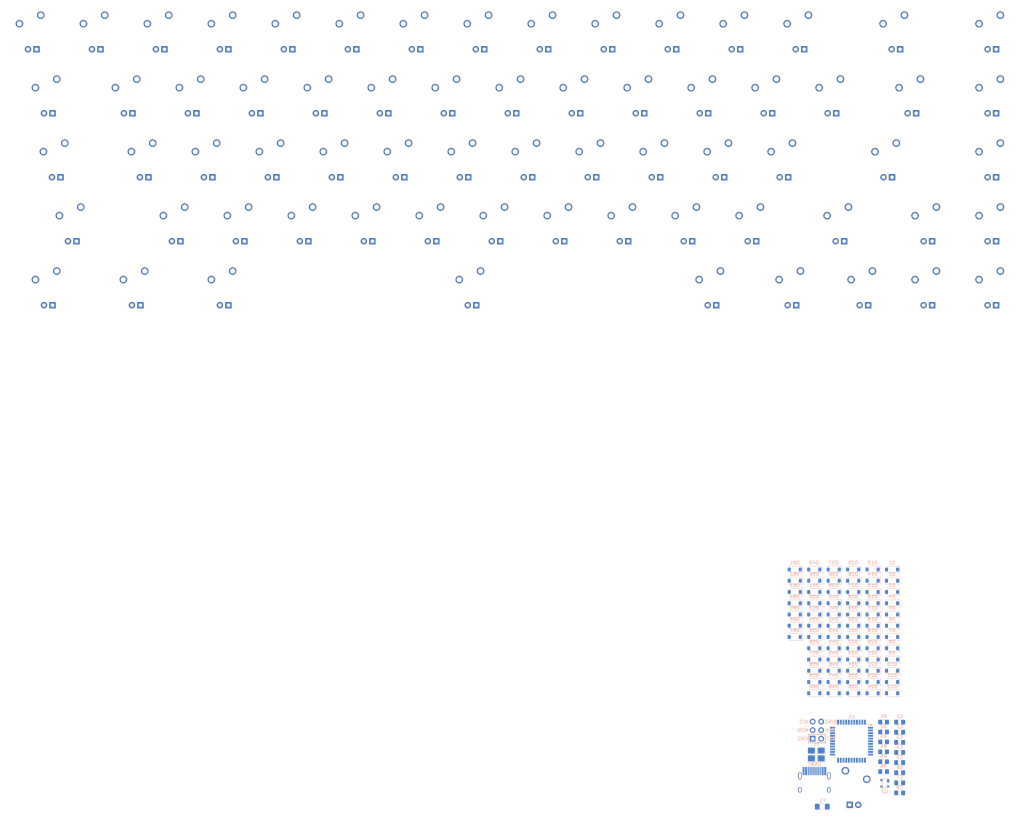
<source format=kicad_pcb>
(kicad_pcb (version 20241229) (generator "pcbnew") (generator_version "9.0")
  (layers (0 "F.Cu" signal) (2 "B.Cu" signal) (13 "F.Paste" user) (15 "B.Paste" user) (5 "F.SilkS" user "F.Silkscreen") (7 "B.SilkS" user "B.Silkscreen") (1 "F.Mask" user) (3 "B.Mask" user) (25 "Edge.Cuts" user))
  (net 0 "")
  (net 1 "Net-(U1-UCAP)")
  (net 2 "GND")
  (net 3 "XTAL1")
  (net 4 "XTAL2")
  (net 5 "+5V")
  (net 6 "Net-(D1-A)")
  (net 7 "row0")
  (net 8 "Net-(D2-A)")
  (net 9 "Net-(D3-A)")
  (net 10 "Net-(D4-A)")
  (net 11 "Net-(D5-A)")
  (net 12 "Net-(D6-A)")
  (net 13 "Net-(D7-A)")
  (net 14 "Net-(D8-A)")
  (net 15 "Net-(D9-A)")
  (net 16 "Net-(D10-A)")
  (net 17 "Net-(D11-A)")
  (net 18 "Net-(D12-A)")
  (net 19 "Net-(D13-A)")
  (net 20 "Net-(D14-A)")
  (net 21 "Net-(D15-A)")
  (net 22 "row1")
  (net 23 "Net-(D16-A)")
  (net 24 "Net-(D17-A)")
  (net 25 "Net-(D18-A)")
  (net 26 "Net-(D19-A)")
  (net 27 "Net-(D20-A)")
  (net 28 "Net-(D21-A)")
  (net 29 "Net-(D22-A)")
  (net 30 "Net-(D23-A)")
  (net 31 "Net-(D24-A)")
  (net 32 "Net-(D25-A)")
  (net 33 "Net-(D26-A)")
  (net 34 "Net-(D27-A)")
  (net 35 "Net-(D28-A)")
  (net 36 "Net-(D29-A)")
  (net 37 "Net-(D30-A)")
  (net 38 "Net-(D31-A)")
  (net 39 "row2")
  (net 40 "Net-(D32-A)")
  (net 41 "Net-(D33-A)")
  (net 42 "Net-(D34-A)")
  (net 43 "Net-(D35-A)")
  (net 44 "Net-(D36-A)")
  (net 45 "Net-(D37-A)")
  (net 46 "Net-(D38-A)")
  (net 47 "Net-(D39-A)")
  (net 48 "Net-(D40-A)")
  (net 49 "Net-(D41-A)")
  (net 50 "Net-(D42-A)")
  (net 51 "Net-(D43-A)")
  (net 52 "Net-(D44-A)")
  (net 53 "Net-(D45-A)")
  (net 54 "row3")
  (net 55 "Net-(D46-A)")
  (net 56 "Net-(D47-A)")
  (net 57 "Net-(D48-A)")
  (net 58 "Net-(D49-A)")
  (net 59 "Net-(D50-A)")
  (net 60 "Net-(D51-A)")
  (net 61 "Net-(D52-A)")
  (net 62 "Net-(D53-A)")
  (net 63 "Net-(D54-A)")
  (net 64 "Net-(D55-A)")
  (net 65 "Net-(D56-A)")
  (net 66 "Net-(D57-A)")
  (net 67 "Net-(D58-A)")
  (net 68 "Net-(D59-A)")
  (net 69 "row4")
  (net 70 "Net-(D60-A)")
  (net 71 "Net-(D61-A)")
  (net 72 "Net-(D62-A)")
  (net 73 "Net-(D63-A)")
  (net 74 "Net-(D64-A)")
  (net 75 "Net-(D65-A)")
  (net 76 "Net-(D66-A)")
  (net 77 "Net-(D67-A)")
  (net 78 "VCC")
  (net 79 "MISO")
  (net 80 "RESET")
  (net 81 "MOSI")
  (net 82 "SCK")
  (net 83 "Net-(U1-~{HWB}{slash}PE2)")
  (net 84 "Net-(U2-IO2)")
  (net 85 "D-")
  (net 86 "Net-(U2-IO1)")
  (net 87 "D+")
  (net 88 "Net-(USB1-CC1)")
  (net 89 "col0")
  (net 90 "col1")
  (net 91 "col2")
  (net 92 "col3")
  (net 93 "col4")
  (net 94 "col5")
  (net 95 "col6")
  (net 96 "col7")
  (net 97 "col8")
  (net 98 "col9")
  (net 99 "col10")
  (net 100 "col11")
  (net 101 "col12")
  (net 102 "col13")
  (net 103 "col14")
  (footprint "MX:MXOnly-1U" (layer "F.Cu") (at 214.3125 -57.15)
    (property "Reference" "SW42")
    (property "Value" ":;")
    (pad "" np_thru_hole circle (at -5.08 0 48.0996) (size 1.75 1.75) (drill 1.75) (layers "*.Cu" "*.Mask"))
    (pad "" np_thru_hole circle (at 0 0) (size 3.9878 3.9878) (drill 3.9878) (layers "*.Cu" "*.Mask"))
    (pad "" np_thru_hole circle (at 5.08 0 48.0996) (size 1.75 1.75) (drill 1.75) (layers "*.Cu" "*.Mask"))
    (pad "1" thru_hole circle (at -3.81 -2.54) (size 2.25 2.25) (drill 1.47) (layers "*.Cu" "B.Mask") (net 49 "Net-(D41-A)"))
    (pad "2" thru_hole circle (at 2.54 -5.08) (size 2.25 2.25) (drill 1.47) (layers "*.Cu" "B.Mask") (net 99 "col10"))
    (pad "3" thru_hole circle (at -1.27 5.08) (size 1.905 1.905) (drill 1.04) (layers "*.Cu" "B.Mask"))
    (pad "4" thru_hole rect (at 1.27 5.08) (size 1.905 1.905) (drill 1.04) (layers "*.Cu" "B.Mask"))
  )
  (footprint "MX:MXOnly-1U" (layer "F.Cu") (at 276.225 -19.05)
    (property "Reference" "SW67")
    (property "Value" "DOWN")
    (pad "" np_thru_hole circle (at -5.08 0 48.0996) (size 1.75 1.75) (drill 1.75) (layers "*.Cu" "*.Mask"))
    (pad "" np_thru_hole circle (at 0 0) (size 3.9878 3.9878) (drill 3.9878) (layers "*.Cu" "*.Mask"))
    (pad "" np_thru_hole circle (at 5.08 0 48.0996) (size 1.75 1.75) (drill 1.75) (layers "*.Cu" "*.Mask"))
    (pad "1" thru_hole circle (at -3.81 -2.54) (size 2.25 2.25) (drill 1.47) (layers "*.Cu" "B.Mask") (net 76 "Net-(D66-A)"))
    (pad "2" thru_hole circle (at 2.54 -5.08) (size 2.25 2.25) (drill 1.47) (layers "*.Cu" "B.Mask") (net 102 "col13"))
    (pad "3" thru_hole circle (at -1.27 5.08) (size 1.905 1.905) (drill 1.04) (layers "*.Cu" "B.Mask"))
    (pad "4" thru_hole rect (at 1.27 5.08) (size 1.905 1.905) (drill 1.04) (layers "*.Cu" "B.Mask"))
  )
  (footprint "MX:MXOnly-1U" (layer "F.Cu") (at 195.2625 -57.15)
    (property "Reference" "SW41")
    (property "Value" "L")
    (pad "" np_thru_hole circle (at -5.08 0 48.0996) (size 1.75 1.75) (drill 1.75) (layers "*.Cu" "*.Mask"))
    (pad "" np_thru_hole circle (at 0 0) (size 3.9878 3.9878) (drill 3.9878) (layers "*.Cu" "*.Mask"))
    (pad "" np_thru_hole circle (at 5.08 0 48.0996) (size 1.75 1.75) (drill 1.75) (layers "*.Cu" "*.Mask"))
    (pad "1" thru_hole circle (at -3.81 -2.54) (size 2.25 2.25) (drill 1.47) (layers "*.Cu" "B.Mask") (net 48 "Net-(D40-A)"))
    (pad "2" thru_hole circle (at 2.54 -5.08) (size 2.25 2.25) (drill 1.47) (layers "*.Cu" "B.Mask") (net 98 "col9"))
    (pad "3" thru_hole circle (at -1.27 5.08) (size 1.905 1.905) (drill 1.04) (layers "*.Cu" "B.Mask"))
    (pad "4" thru_hole rect (at 1.27 5.08) (size 1.905 1.905) (drill 1.04) (layers "*.Cu" "B.Mask"))
  )
  (footprint "MX:MXOnly-6.25U" (layer "F.Cu") (at 140.49375 -19.05)
    (property "Reference" "SW63")
    (property "Value" "SPACE")
    (pad "" np_thru_hole circle (at -49.9999 -6.985) (size 3.048 3.048) (drill 3.048) (layers "*.Cu" "*.Mask"))
    (pad "" np_thru_hole circle (at -49.9999 8.255) (size 3.9878 3.9878) (drill 3.9878) (layers "*.Cu" "*.Mask"))
    (pad "" np_thru_hole circle (at -5.08 0 48.0996) (size 1.75 1.75) (drill 1.75) (layers "*.Cu" "*.Mask"))
    (pad "" np_thru_hole circle (at 0 0) (size 3.9878 3.9878) (drill 3.9878) (layers "*.Cu" "*.Mask"))
    (pad "" np_thru_hole circle (at 5.08 0 48.0996) (size 1.75 1.75) (drill 1.75) (layers "*.Cu" "*.Mask"))
    (pad "" np_thru_hole circle (at 49.9999 -6.985) (size 3.048 3.048) (drill 3.048) (layers "*.Cu" "*.Mask"))
    (pad "" np_thru_hole circle (at 49.9999 8.255) (size 3.9878 3.9878) (drill 3.9878) (layers "*.Cu" "*.Mask"))
    (pad "1" thru_hole circle (at -3.81 -2.54) (size 2.25 2.25) (drill 1.47) (layers "*.Cu" "B.Mask") (net 72 "Net-(D62-A)"))
    (pad "2" thru_hole circle (at 2.54 -5.08) (size 2.25 2.25) (drill 1.47) (layers "*.Cu" "B.Mask") (net 95 "col6"))
    (pad "3" thru_hole circle (at -1.27 5.08) (size 1.905 1.905) (drill 1.04) (layers "*.Cu" "B.Mask"))
    (pad "4" thru_hole rect (at 1.27 5.08) (size 1.905 1.905) (drill 1.04) (layers "*.Cu" "B.Mask"))
  )
  (footprint "MX:MXOnly-1U" (layer "F.Cu") (at 138.1125 -57.15)
    (property "Reference" "SW38")
    (property "Value" "H")
    (pad "" np_thru_hole circle (at -5.08 0 48.0996) (size 1.75 1.75) (drill 1.75) (layers "*.Cu" "*.Mask"))
    (pad "" np_thru_hole circle (at 0 0) (size 3.9878 3.9878) (drill 3.9878) (layers "*.Cu" "*.Mask"))
    (pad "" np_thru_hole circle (at 5.08 0 48.0996) (size 1.75 1.75) (drill 1.75) (layers "*.Cu" "*.Mask"))
    (pad "1" thru_hole circle (at -3.81 -2.54) (size 2.25 2.25) (drill 1.47) (layers "*.Cu" "B.Mask") (net 45 "Net-(D37-A)"))
    (pad "2" thru_hole circle (at 2.54 -5.08) (size 2.25 2.25) (drill 1.47) (layers "*.Cu" "B.Mask") (net 95 "col6"))
    (pad "3" thru_hole circle (at -1.27 5.08) (size 1.905 1.905) (drill 1.04) (layers "*.Cu" "B.Mask"))
    (pad "4" thru_hole rect (at 1.27 5.08) (size 1.905 1.905) (drill 1.04) (layers "*.Cu" "B.Mask"))
  )
  (footprint "MX:MXOnly-1U" (layer "F.Cu") (at 90.4875 -38.1)
    (property "Reference" "SW49")
    (property "Value" "C")
    (pad "" np_thru_hole circle (at -5.08 0 48.0996) (size 1.75 1.75) (drill 1.75) (layers "*.Cu" "*.Mask"))
    (pad "" np_thru_hole circle (at 0 0) (size 3.9878 3.9878) (drill 3.9878) (layers "*.Cu" "*.Mask"))
    (pad "" np_thru_hole circle (at 5.08 0 48.0996) (size 1.75 1.75) (drill 1.75) (layers "*.Cu" "*.Mask"))
    (pad "1" thru_hole circle (at -3.81 -2.54) (size 2.25 2.25) (drill 1.47) (layers "*.Cu" "B.Mask") (net 57 "Net-(D48-A)"))
    (pad "2" thru_hole circle (at 2.54 -5.08) (size 2.25 2.25) (drill 1.47) (layers "*.Cu" "B.Mask") (net 92 "col3"))
    (pad "3" thru_hole circle (at -1.27 5.08) (size 1.905 1.905) (drill 1.04) (layers "*.Cu" "B.Mask"))
    (pad "4" thru_hole rect (at 1.27 5.08) (size 1.905 1.905) (drill 1.04) (layers "*.Cu" "B.Mask"))
  )
  (footprint "MX:MXOnly-1U" (layer "F.Cu") (at 133.35 -76.2)
    (property "Reference" "SW23")
    (property "Value" "Y")
    (pad "" np_thru_hole circle (at -5.08 0 48.0996) (size 1.75 1.75) (drill 1.75) (layers "*.Cu" "*.Mask"))
    (pad "" np_thru_hole circle (at 0 0) (size 3.9878 3.9878) (drill 3.9878) (layers "*.Cu" "*.Mask"))
    (pad "" np_thru_hole circle (at 5.08 0 48.0996) (size 1.75 1.75) (drill 1.75) (layers "*.Cu" "*.Mask"))
    (pad "1" thru_hole circle (at -3.81 -2.54) (size 2.25 2.25) (drill 1.47) (layers "*.Cu" "B.Mask") (net 29 "Net-(D22-A)"))
    (pad "2" thru_hole circle (at 2.54 -5.08) (size 2.25 2.25) (drill 1.47) (layers "*.Cu" "B.Mask") (net 95 "col6"))
    (pad "3" thru_hole circle (at -1.27 5.08) (size 1.905 1.905) (drill 1.04) (layers "*.Cu" "B.Mask"))
    (pad "4" thru_hole rect (at 1.27 5.08) (size 1.905 1.905) (drill 1.04) (layers "*.Cu" "B.Mask"))
  )
  (footprint "MX:MXOnly-1U" (layer "F.Cu") (at 114.3 -76.2)
    (property "Reference" "SW22")
    (property "Value" "T")
    (pad "" np_thru_hole circle (at -5.08 0 48.0996) (size 1.75 1.75) (drill 1.75) (layers "*.Cu" "*.Mask"))
    (pad "" np_thru_hole circle (at 0 0) (size 3.9878 3.9878) (drill 3.9878) (layers "*.Cu" "*.Mask"))
    (pad "" np_thru_hole circle (at 5.08 0 48.0996) (size 1.75 1.75) (drill 1.75) (layers "*.Cu" "*.Mask"))
    (pad "1" thru_hole circle (at -3.81 -2.54) (size 2.25 2.25) (drill 1.47) (layers "*.Cu" "B.Mask") (net 28 "Net-(D21-A)"))
    (pad "2" thru_hole circle (at 2.54 -5.08) (size 2.25 2.25) (drill 1.47) (layers "*.Cu" "B.Mask") (net 94 "col5"))
    (pad "3" thru_hole circle (at -1.27 5.08) (size 1.905 1.905) (drill 1.04) (layers "*.Cu" "B.Mask"))
    (pad "4" thru_hole rect (at 1.27 5.08) (size 1.905 1.905) (drill 1.04) (layers "*.Cu" "B.Mask"))
  )
  (footprint "MX:MXOnly-1U" (layer "F.Cu") (at 71.4375 -38.1)
    (property "Reference" "SW48")
    (property "Value" "X")
    (pad "" np_thru_hole circle (at -5.08 0 48.0996) (size 1.75 1.75) (drill 1.75) (layers "*.Cu" "*.Mask"))
    (pad "" np_thru_hole circle (at 0 0) (size 3.9878 3.9878) (drill 3.9878) (layers "*.Cu" "*.Mask"))
    (pad "" np_thru_hole circle (at 5.08 0 48.0996) (size 1.75 1.75) (drill 1.75) (layers "*.Cu" "*.Mask"))
    (pad "1" thru_hole circle (at -3.81 -2.54) (size 2.25 2.25) (drill 1.47) (layers "*.Cu" "B.Mask") (net 56 "Net-(D47-A)"))
    (pad "2" thru_hole circle (at 2.54 -5.08) (size 2.25 2.25) (drill 1.47) (layers "*.Cu" "B.Mask") (net 91 "col2"))
    (pad "3" thru_hole circle (at -1.27 5.08) (size 1.905 1.905) (drill 1.04) (layers "*.Cu" "B.Mask"))
    (pad "4" thru_hole rect (at 1.27 5.08) (size 1.905 1.905) (drill 1.04) (layers "*.Cu" "B.Mask"))
  )
  (footprint "MX:MXOnly-1U" (layer "F.Cu") (at 128.5875 -38.1)
    (property "Reference" "SW51")
    (property "Value" "B")
    (pad "" np_thru_hole circle (at -5.08 0 48.0996) (size 1.75 1.75) (drill 1.75) (layers "*.Cu" "*.Mask"))
    (pad "" np_thru_hole circle (at 0 0) (size 3.9878 3.9878) (drill 3.9878) (layers "*.Cu" "*.Mask"))
    (pad "" np_thru_hole circle (at 5.08 0 48.0996) (size 1.75 1.75) (drill 1.75) (layers "*.Cu" "*.Mask"))
    (pad "1" thru_hole circle (at -3.81 -2.54) (size 2.25 2.25) (drill 1.47) (layers "*.Cu" "B.Mask") (net 59 "Net-(D50-A)"))
    (pad "2" thru_hole circle (at 2.54 -5.08) (size 2.25 2.25) (drill 1.47) (layers "*.Cu" "B.Mask") (net 94 "col5"))
    (pad "3" thru_hole circle (at -1.27 5.08) (size 1.905 1.905) (drill 1.04) (layers "*.Cu" "B.Mask"))
    (pad "4" thru_hole rect (at 1.27 5.08) (size 1.905 1.905) (drill 1.04) (layers "*.Cu" "B.Mask"))
  )
  (footprint "MX:MXOnly-1U" (layer "F.Cu") (at 185.7375 -38.1)
    (property "Reference" "SW54")
    (property "Value" "<,")
    (pad "" np_thru_hole circle (at -5.08 0 48.0996) (size 1.75 1.75) (drill 1.75) (layers "*.Cu" "*.Mask"))
    (pad "" np_thru_hole circle (at 0 0) (size 3.9878 3.9878) (drill 3.9878) (layers "*.Cu" "*.Mask"))
    (pad "" np_thru_hole circle (at 5.08 0 48.0996) (size 1.75 1.75) (drill 1.75) (layers "*.Cu" "*.Mask"))
    (pad "1" thru_hole circle (at -3.81 -2.54) (size 2.25 2.25) (drill 1.47) (layers "*.Cu" "B.Mask") (net 62 "Net-(D53-A)"))
    (pad "2" thru_hole circle (at 2.54 -5.08) (size 2.25 2.25) (drill 1.47) (layers "*.Cu" "B.Mask") (net 97 "col8"))
    (pad "3" thru_hole circle (at -1.27 5.08) (size 1.905 1.905) (drill 1.04) (layers "*.Cu" "B.Mask"))
    (pad "4" thru_hole rect (at 1.27 5.08) (size 1.905 1.905) (drill 1.04) (layers "*.Cu" "B.Mask"))
  )
  (footprint "MX:MXOnly-1U" (layer "F.Cu") (at 119.0625 -57.15)
    (property "Reference" "SW37")
    (property "Value" "G")
    (pad "" np_thru_hole circle (at -5.08 0 48.0996) (size 1.75 1.75) (drill 1.75) (layers "*.Cu" "*.Mask"))
    (pad "" np_thru_hole circle (at 0 0) (size 3.9878 3.9878) (drill 3.9878) (layers "*.Cu" "*.Mask"))
    (pad "" np_thru_hole circle (at 5.08 0 48.0996) (size 1.75 1.75) (drill 1.75) (layers "*.Cu" "*.Mask"))
    (pad "1" thru_hole circle (at -3.81 -2.54) (size 2.25 2.25) (drill 1.47) (layers "*.Cu" "B.Mask") (net 44 "Net-(D36-A)"))
    (pad "2" thru_hole circle (at 2.54 -5.08) (size 2.25 2.25) (drill 1.47) (layers "*.Cu" "B.Mask") (net 94 "col5"))
    (pad "3" thru_hole circle (at -1.27 5.08) (size 1.905 1.905) (drill 1.04) (layers "*.Cu" "B.Mask"))
    (pad "4" thru_hole rect (at 1.27 5.08) (size 1.905 1.905) (drill 1.04) (layers "*.Cu" "B.Mask"))
  )
  (footprint "MX:MXOnly-1U" (layer "F.Cu") (at 295.275 -76.2)
    (property "Reference" "SW31")
    (property "Value" "PGUP")
    (pad "" np_thru_hole circle (at -5.08 0 48.0996) (size 1.75 1.75) (drill 1.75) (layers "*.Cu" "*.Mask"))
    (pad "" np_thru_hole circle (at 0 0) (size 3.9878 3.9878) (drill 3.9878) (layers "*.Cu" "*.Mask"))
    (pad "" np_thru_hole circle (at 5.08 0 48.0996) (size 1.75 1.75) (drill 1.75) (layers "*.Cu" "*.Mask"))
    (pad "1" thru_hole circle (at -3.81 -2.54) (size 2.25 2.25) (drill 1.47) (layers "*.Cu" "B.Mask") (net 37 "Net-(D30-A)"))
    (pad "2" thru_hole circle (at 2.54 -5.08) (size 2.25 2.25) (drill 1.47) (layers "*.Cu" "B.Mask") (net 103 "col14"))
    (pad "3" thru_hole circle (at -1.27 5.08) (size 1.905 1.905) (drill 1.04) (layers "*.Cu" "B.Mask"))
    (pad "4" thru_hole rect (at 1.27 5.08) (size 1.905 1.905) (drill 1.04) (layers "*.Cu" "B.Mask"))
  )
  (footprint "MX:MXOnly-1U" (layer "F.Cu") (at 85.725 -95.25)
    (property "Reference" "SW6")
    (property "Value" "4")
    (pad "" np_thru_hole circle (at -5.08 0 48.0996) (size 1.75 1.75) (drill 1.75) (layers "*.Cu" "*.Mask"))
    (pad "" np_thru_hole circle (at 0 0) (size 3.9878 3.9878) (drill 3.9878) (layers "*.Cu" "*.Mask"))
    (pad "" np_thru_hole circle (at 5.08 0 48.0996) (size 1.75 1.75) (drill 1.75) (layers "*.Cu" "*.Mask"))
    (pad "1" thru_hole circle (at -3.81 -2.54) (size 2.25 2.25) (drill 1.47) (layers "*.Cu" "B.Mask") (net 11 "Net-(D5-A)"))
    (pad "2" thru_hole circle (at 2.54 -5.08) (size 2.25 2.25) (drill 1.47) (layers "*.Cu" "B.Mask") (net 93 "col4"))
    (pad "3" thru_hole circle (at -1.27 5.08) (size 1.905 1.905) (drill 1.04) (layers "*.Cu" "B.Mask"))
    (pad "4" thru_hole rect (at 1.27 5.08) (size 1.905 1.905) (drill 1.04) (layers "*.Cu" "B.Mask"))
  )
  (footprint "MX:MXOnly-1U" (layer "F.Cu") (at 100.0125 -57.15)
    (property "Reference" "SW36")
    (property "Value" "F")
    (pad "" np_thru_hole circle (at -5.08 0 48.0996) (size 1.75 1.75) (drill 1.75) (layers "*.Cu" "*.Mask"))
    (pad "" np_thru_hole circle (at 0 0) (size 3.9878 3.9878) (drill 3.9878) (layers "*.Cu" "*.Mask"))
    (pad "" np_thru_hole circle (at 5.08 0 48.0996) (size 1.75 1.75) (drill 1.75) (layers "*.Cu" "*.Mask"))
    (pad "1" thru_hole circle (at -3.81 -2.54) (size 2.25 2.25) (drill 1.47) (layers "*.Cu" "B.Mask") (net 43 "Net-(D35-A)"))
    (pad "2" thru_hole circle (at 2.54 -5.08) (size 2.25 2.25) (drill 1.47) (layers "*.Cu" "B.Mask") (net 93 "col4"))
    (pad "3" thru_hole circle (at -1.27 5.08) (size 1.905 1.905) (drill 1.04) (layers "*.Cu" "B.Mask"))
    (pad "4" thru_hole rect (at 1.27 5.08) (size 1.905 1.905) (drill 1.04) (layers "*.Cu" "B.Mask"))
  )
  (footprint "MX:MXOnly-1U" (layer "F.Cu") (at 209.55 -76.2)
    (property "Reference" "SW27")
    (property "Value" "P")
    (pad "" np_thru_hole circle (at -5.08 0 48.0996) (size 1.75 1.75) (drill 1.75) (layers "*.Cu" "*.Mask"))
    (pad "" np_thru_hole circle (at 0 0) (size 3.9878 3.9878) (drill 3.9878) (layers "*.Cu" "*.Mask"))
    (pad "" np_thru_hole circle (at 5.08 0 48.0996) (size 1.75 1.75) (drill 1.75) (layers "*.Cu" "*.Mask"))
    (pad "1" thru_hole circle (at -3.81 -2.54) (size 2.25 2.25) (drill 1.47) (layers "*.Cu" "B.Mask") (net 33 "Net-(D26-A)"))
    (pad "2" thru_hole circle (at 2.54 -5.08) (size 2.25 2.25) (drill 1.47) (layers "*.Cu" "B.Mask") (net 99 "col10"))
    (pad "3" thru_hole circle (at -1.27 5.08) (size 1.905 1.905) (drill 1.04) (layers "*.Cu" "B.Mask"))
    (pad "4" thru_hole rect (at 1.27 5.08) (size 1.905 1.905) (drill 1.04) (layers "*.Cu" "B.Mask"))
  )
  (footprint "MX:MXOnly-1U" (layer "F.Cu") (at 161.925 -95.25)
    (property "Reference" "SW10")
    (property "Value" "8")
    (pad "" np_thru_hole circle (at -5.08 0 48.0996) (size 1.75 1.75) (drill 1.75) (layers "*.Cu" "*.Mask"))
    (pad "" np_thru_hole circle (at 0 0) (size 3.9878 3.9878) (drill 3.9878) (layers "*.Cu" "*.Mask"))
    (pad "" np_thru_hole circle (at 5.08 0 48.0996) (size 1.75 1.75) (drill 1.75) (layers "*.Cu" "*.Mask"))
    (pad "1" thru_hole circle (at -3.81 -2.54) (size 2.25 2.25) (drill 1.47) (layers "*.Cu" "B.Mask") (net 15 "Net-(D9-A)"))
    (pad "2" thru_hole circle (at 2.54 -5.08) (size 2.25 2.25) (drill 1.47) (layers "*.Cu" "B.Mask") (net 97 "col8"))
    (pad "3" thru_hole circle (at -1.27 5.08) (size 1.905 1.905) (drill 1.04) (layers "*.Cu" "B.Mask"))
    (pad "4" thru_hole rect (at 1.27 5.08) (size 1.905 1.905) (drill 1.04) (layers "*.Cu" "B.Mask"))
  )
  (footprint "MX:MXOnly-1U" (layer "F.Cu") (at 109.5375 -38.1)
    (property "Reference" "SW50")
    (property "Value" "V")
    (pad "" np_thru_hole circle (at -5.08 0 48.0996) (size 1.75 1.75) (drill 1.75) (layers "*.Cu" "*.Mask"))
    (pad "" np_thru_hole circle (at 0 0) (size 3.9878 3.9878) (drill 3.9878) (layers "*.Cu" "*.Mask"))
    (pad "" np_thru_hole circle (at 5.08 0 48.0996) (size 1.75 1.75) (drill 1.75) (layers "*.Cu" "*.Mask"))
    (pad "1" thru_hole circle (at -3.81 -2.54) (size 2.25 2.25) (drill 1.47) (layers "*.Cu" "B.Mask") (net 58 "Net-(D49-A)"))
    (pad "2" thru_hole circle (at 2.54 -5.08) (size 2.25 2.25) (drill 1.47) (layers "*.Cu" "B.Mask") (net 93 "col4"))
    (pad "3" thru_hole circle (at -1.27 5.08) (size 1.905 1.905) (drill 1.04) (layers "*.Cu" "B.Mask"))
    (pad "4" thru_hole rect (at 1.27 5.08) (size 1.905 1.905) (drill 1.04) (layers "*.Cu" "B.Mask"))
  )
  (footprint "MX:MXOnly-1U" (layer "F.Cu") (at 123.825 -95.25)
    (property "Reference" "SW8")
    (property "Value" "6")
    (pad "" np_thru_hole circle (at -5.08 0 48.0996) (size 1.75 1.75) (drill 1.75) (layers "*.Cu" "*.Mask"))
    (pad "" np_thru_hole circle (at 0 0) (size 3.9878 3.9878) (drill 3.9878) (layers "*.Cu" "*.Mask"))
    (pad "" np_thru_hole circle (at 5.08 0 48.0996) (size 1.75 1.75) (drill 1.75) (layers "*.Cu" "*.Mask"))
    (pad "1" thru_hole circle (at -3.81 -2.54) (size 2.25 2.25) (drill 1.47) (layers "*.Cu" "B.Mask") (net 13 "Net-(D7-A)"))
    (pad "2" thru_hole circle (at 2.54 -5.08) (size 2.25 2.25) (drill 1.47) (layers "*.Cu" "B.Mask") (net 95 "col6"))
    (pad "3" thru_hole circle (at -1.27 5.08) (size 1.905 1.905) (drill 1.04) (layers "*.Cu" "B.Mask"))
    (pad "4" thru_hole rect (at 1.27 5.08) (size 1.905 1.905) (drill 1.04) (layers "*.Cu" "B.Mask"))
  )
  (footprint "MX:MXOnly-2.25U" (layer "F.Cu") (at 21.43125 -38.1)
    (property "Reference" "SW46")
    (property "Value" "SHIFT")
    (pad "" np_thru_hole circle (at -11.938 -6.985) (size 3.048 3.048) (drill 3.048) (layers "*.Cu" "*.Mask"))
    (pad "" np_thru_hole circle (at -11.938 8.255) (size 3.9878 3.9878) (drill 3.9878) (layers "*.Cu" "*.Mask"))
    (pad "" np_thru_hole circle (at -5.08 0 48.0996) (size 1.75 1.75) (drill 1.75) (layers "*.Cu" "*.Mask"))
    (pad "" np_thru_hole circle (at 0 0) (size 3.9878 3.9878) (drill 3.9878) (layers "*.Cu" "*.Mask"))
    (pad "" np_thru_hole circle (at 5.08 0 48.0996) (size 1.75 1.75) (drill 1.75) (layers "*.Cu" "*.Mask"))
    (pad "" np_thru_hole circle (at 11.938 -6.985) (size 3.048 3.048) (drill 3.048) (layers "*.Cu" "*.Mask"))
    (pad "" np_thru_hole circle (at 11.938 8.255) (size 3.9878 3.9878) (drill 3.9878) (layers "*.Cu" "*.Mask"))
    (pad "1" thru_hole circle (at -3.81 -2.54) (size 2.25 2.25) (drill 1.47) (layers "*.Cu" "B.Mask") (net 53 "Net-(D45-A)"))
    (pad "2" thru_hole circle (at 2.54 -5.08) (size 2.25 2.25) (drill 1.47) (layers "*.Cu" "B.Mask") (net 89 "col0"))
    (pad "3" thru_hole circle (at -1.27 5.08) (size 1.905 1.905) (drill 1.04) (layers "*.Cu" "B.Mask"))
    (pad "4" thru_hole rect (at 1.27 5.08) (size 1.905 1.905) (drill 1.04) (layers "*.Cu" "B.Mask"))
  )
  (footprint "MX:MXOnly-1U" (layer "F.Cu") (at 204.7875 -38.1)
    (property "Reference" "SW55")
    (property "Value" ">.")
    (pad "" np_thru_hole circle (at -5.08 0 48.0996) (size 1.75 1.75) (drill 1.75) (layers "*.Cu" "*.Mask"))
    (pad "" np_thru_hole circle (at 0 0) (size 3.9878 3.9878) (drill 3.9878) (layers "*.Cu" "*.Mask"))
    (pad "" np_thru_hole circle (at 5.08 0 48.0996) (size 1.75 1.75) (drill 1.75) (layers "*.Cu" "*.Mask"))
    (pad "1" thru_hole circle (at -3.81 -2.54) (size 2.25 2.25) (drill 1.47) (layers "*.Cu" "B.Mask") (net 63 "Net-(D54-A)"))
    (pad "2" thru_hole circle (at 2.54 -5.08) (size 2.25 2.25) (drill 1.47) (layers "*.Cu" "B.Mask") (net 98 "col9"))
    (pad "3" thru_hole circle (at -1.27 5.08) (size 1.905 1.905) (drill 1.04) (layers "*.Cu" "B.Mask"))
    (pad "4" thru_hole rect (at 1.27 5.08) (size 1.905 1.905) (drill 1.04) (layers "*.Cu" "B.Mask"))
  )
  (footprint "MX:MXOnly-1U" (layer "F.Cu") (at 57.15 -76.2)
    (property "Reference" "SW19")
    (property "Value" "W")
    (pad "" np_thru_hole circle (at -5.08 0 48.0996) (size 1.75 1.75) (drill 1.75) (layers "*.Cu" "*.Mask"))
    (pad "" np_thru_hole circle (at 0 0) (size 3.9878 3.9878) (drill 3.9878) (layers "*.Cu" "*.Mask"))
    (pad "" np_thru_hole circle (at 5.08 0 48.0996) (size 1.75 1.75) (drill 1.75) (layers "*.Cu" "*.Mask"))
    (pad "1" thru_hole circle (at -3.81 -2.54) (size 2.25 2.25) (drill 1.47) (layers "*.Cu" "B.Mask") (net 25 "Net-(D18-A)"))
    (pad "2" thru_hole circle (at 2.54 -5.08) (size 2.25 2.25) (drill 1.47) (layers "*.Cu" "B.Mask") (net 91 "col2"))
    (pad "3" thru_hole circle (at -1.27 5.08) (size 1.905 1.905) (drill 1.04) (layers "*.Cu" "B.Mask"))
    (pad "4" thru_hole rect (at 1.27 5.08) (size 1.905 1.905) (drill 1.04) (layers "*.Cu" "B.Mask"))
  )
  (footprint "MX:MXOnly-1U" (layer "F.Cu") (at 42.8625 -57.15)
    (property "Reference" "SW33")
    (property "Value" "A")
    (pad "" np_thru_hole circle (at -5.08 0 48.0996) (size 1.75 1.75) (drill 1.75) (layers "*.Cu" "*.Mask"))
    (pad "" np_thru_hole circle (at 0 0) (size 3.9878 3.9878) (drill 3.9878) (layers "*.Cu" "*.Mask"))
    (pad "" np_thru_hole circle (at 5.08 0 48.0996) (size 1.75 1.75) (drill 1.75) (layers "*.Cu" "*.Mask"))
    (pad "1" thru_hole circle (at -3.81 -2.54) (size 2.25 2.25) (drill 1.47) (layers "*.Cu" "B.Mask") (net 40 "Net-(D32-A)"))
    (pad "2" thru_hole circle (at 2.54 -5.08) (size 2.25 2.25) (drill 1.47) (layers "*.Cu" "B.Mask") (net 90 "col1"))
    (pad "3" thru_hole circle (at -1.27 5.08) (size 1.905 1.905) (drill 1.04) (layers "*.Cu" "B.Mask"))
    (pad "4" thru_hole rect (at 1.27 5.08) (size 1.905 1.905) (drill 1.04) (layers "*.Cu" "B.Mask"))
  )
  (footprint "MX:MXOnly-1.5U" (layer "F.Cu") (at 14.2875 -19.05)
    (property "Reference" "SW60")
    (property "Value" "CTRL")
    (pad "" np_thru_hole circle (at -5.08 0 48.0996) (size 1.75 1.75) (drill 1.75) (layers "*.Cu" "*.Mask"))
    (pad "" np_thru_hole circle (at 0 0) (size 3.9878 3.9878) (drill 3.9878) (layers "*.Cu" "*.Mask"))
    (pad "" np_thru_hole circle (at 5.08 0 48.0996) (size 1.75 1.75) (drill 1.75) (layers "*.Cu" "*.Mask"))
    (pad "1" thru_hole circle (at -3.81 -2.54) (size 2.25 2.25) (drill 1.47) (layers "*.Cu" "B.Mask") (net 68 "Net-(D59-A)"))
    (pad "2" thru_hole circle (at 2.54 -5.08) (size 2.25 2.25) (drill 1.47) (layers "*.Cu" "B.Mask") (net 89 "col0"))
    (pad "3" thru_hole circle (at -1.27 5.08) (size 1.905 1.905) (drill 1.04) (layers "*.Cu" "B.Mask"))
    (pad "4" thru_hole rect (at 1.27 5.08) (size 1.905 1.905) (drill 1.04) (layers "*.Cu" "B.Mask"))
  )
  (footprint "MX:MXOnly-1U" (layer "F.Cu") (at 104.775 -95.25)
    (property "Reference" "SW7")
    (property "Value" "5")
    (pad "" np_thru_hole circle (at -5.08 0 48.0996) (size 1.75 1.75) (drill 1.75) (layers "*.Cu" "*.Mask"))
    (pad "" np_thru_hole circle (at 0 0) (size 3.9878 3.9878) (drill 3.9878) (layers "*.Cu" "*.Mask"))
    (pad "" np_thru_hole circle (at 5.08 0 48.0996) (size 1.75 1.75) (drill 1.75) (layers "*.Cu" "*.Mask"))
    (pad "1" thru_hole circle (at -3.81 -2.54) (size 2.25 2.25) (drill 1.47) (layers "*.Cu" "B.Mask") (net 12 "Net-(D6-A)"))
    (pad "2" thru_hole circle (at 2.54 -5.08) (size 2.25 2.25) (drill 1.47) (layers "*.Cu" "B.Mask") (net 94 "col5"))
    (pad "3" thru_hole circle (at -1.27 5.08) (size 1.905 1.905) (drill 1.04) (layers "*.Cu" "B.Mask"))
    (pad "4" thru_hole rect (at 1.27 5.08) (size 1.905 1.905) (drill 1.04) (layers "*.Cu" "B.Mask"))
  )
  (footprint "MX:MXOnly-1U" (layer "F.Cu") (at 238.125 -95.25)
    (property "Reference" "SW14")
    (property "Value" "+=")
    (pad "" np_thru_hole circle (at -5.08 0 48.0996) (size 1.75 1.75) (drill 1.75) (layers "*.Cu" "*.Mask"))
    (pad "" np_thru_hole circle (at 0 0) (size 3.9878 3.9878) (drill 3.9878) (layers "*.Cu" "*.Mask"))
    (pad "" np_thru_hole circle (at 5.08 0 48.0996) (size 1.75 1.75) (drill 1.75) (layers "*.Cu" "*.Mask"))
    (pad "1" thru_hole circle (at -3.81 -2.54) (size 2.25 2.25) (drill 1.47) (layers "*.Cu" "B.Mask") (net 19 "Net-(D13-A)"))
    (pad "2" thru_hole circle (at 2.54 -5.08) (size 2.25 2.25) (drill 1.47) (layers "*.Cu" "B.Mask") (net 101 "col12"))
    (pad "3" thru_hole circle (at -1.27 5.08) (size 1.905 1.905) (drill 1.04) (layers "*.Cu" "B.Mask"))
    (pad "4" thru_hole rect (at 1.27 5.08) (size 1.905 1.905) (drill 1.04) (layers "*.Cu" "B.Mask"))
  )
  (footprint "MX:MXOnly-1U" (layer "F.Cu") (at 152.4 -76.2)
    (property "Reference" "SW24")
    (property "Value" "U")
    (pad "" np_thru_hole circle (at -5.08 0 48.0996) (size 1.75 1.75) (drill 1.75) (layers "*.Cu" "*.Mask"))
    (pad "" np_thru_hole circle (at 0 0) (size 3.9878 3.9878) (drill 3.9878) (layers "*.Cu" "*.Mask"))
    (pad "" np_thru_hole circle (at 5.08 0 48.0996) (size 1.75 1.75) (drill 1.75) (layers "*.Cu" "*.Mask"))
    (pad "1" thru_hole circle (at -3.81 -2.54) (size 2.25 2.25) (drill 1.47) (layers "*.Cu" "B.Mask") (net 30 "Net-(D23-A)"))
    (pad "2" thru_hole circle (at 2.54 -5.08) (size 2.25 2.25) (drill 1.47) (layers "*.Cu" "B.Mask") (net 96 "col7"))
    (pad "3" thru_hole circle (at -1.27 5.08) (size 1.905 1.905) (drill 1.04) (layers "*.Cu" "B.Mask"))
    (pad "4" thru_hole rect (at 1.27 5.08) (size 1.905 1.905) (drill 1.04) (layers "*.Cu" "B.Mask"))
  )
  (footprint "MX:MXOnly-1U" (layer "F.Cu") (at 171.45 -76.2)
    (property "Reference" "SW25")
    (property "Value" "I")
    (pad "" np_thru_hole circle (at -5.08 0 48.0996) (size 1.75 1.75) (drill 1.75) (layers "*.Cu" "*.Mask"))
    (pad "" np_thru_hole circle (at 0 0) (size 3.9878 3.9878) (drill 3.9878) (layers "*.Cu" "*.Mask"))
    (pad "" np_thru_hole circle (at 5.08 0 48.0996) (size 1.75 1.75) (drill 1.75) (layers "*.Cu" "*.Mask"))
    (pad "1" thru_hole circle (at -3.81 -2.54) (size 2.25 2.25) (drill 1.47) (layers "*.Cu" "B.Mask") (net 31 "Net-(D24-A)"))
    (pad "2" thru_hole circle (at 2.54 -5.08) (size 2.25 2.25) (drill 1.47) (layers "*.Cu" "B.Mask") (net 97 "col8"))
    (pad "3" thru_hole circle (at -1.27 5.08) (size 1.905 1.905) (drill 1.04) (layers "*.Cu" "B.Mask"))
    (pad "4" thru_hole rect (at 1.27 5.08) (size 1.905 1.905) (drill 1.04) (layers "*.Cu" "B.Mask"))
  )
  (footprint "MX:MXOnly-2.25U" (layer "F.Cu") (at 264.287 -57.15)
    (property "Reference" "SW44")
    (property "Value" "ENTER")
    (pad "" np_thru_hole circle (at -11.938 -6.985) (size 3.048 3.048) (drill 3.048) (layers "*.Cu" "*.Mask"))
    (pad "" np_thru_hole circle (at -11.938 8.255) (size 3.9878 3.9878) (drill 3.9878) (layers "*.Cu" "*.Mask"))
    (pad "" np_thru_hole circle (at -5.08 0 48.0996) (size 1.75 1.75) (drill 1.75) (layers "*.Cu" "*.Mask"))
    (pad "" np_thru_hole circle (at 0 0) (size 3.9878 3.9878) (drill 3.9878) (layers "*.Cu" "*.Mask"))
    (pad "" np_thru_hole circle (at 5.08 0 48.0996) (size 1.75 1.75) (drill 1.75) (layers "*.Cu" "*.Mask"))
    (pad "" np_thru_hole circle (at 11.938 -6.985) (size 3.048 3.048) (drill 3.048) (layers "*.Cu" "*.Mask"))
    (pad "" np_thru_hole circle (at 11.938 8.255) (size 3.9878 3.9878) (drill 3.9878) (layers "*.Cu" "*.Mask"))
    (pad "1" thru_hole circle (at -3.81 -2.54) (size 2.25 2.25) (drill 1.47) (layers "*.Cu" "B.Mask") (net 51 "Net-(D43-A)"))
    (pad "2" thru_hole circle (at 2.54 -5.08) (size 2.25 2.25) (drill 1.47) (layers "*.Cu" "B.Mask") (net 102 "col13"))
    (pad "3" thru_hole circle (at -1.27 5.08) (size 1.905 1.905) (drill 1.04) (layers "*.Cu" "B.Mask"))
    (pad "4" thru_hole rect (at 1.27 5.08) (size 1.905 1.905) (drill 1.04) (layers "*.Cu" "B.Mask"))
  )
  (footprint "MX:MXOnly-1U" (layer "F.Cu") (at 295.275 -95.25)
    (property "Reference" "SW16")
    (property "Value" "DEL")
    (pad "" np_thru_hole circle (at -5.08 0 48.0996) (size 1.75 1.75) (drill 1.75) (layers "*.Cu" "*.Mask"))
    (pad "" np_thru_hole circle (at 0 0) (size 3.9878 3.9878) (drill 3.9878) (layers "*.Cu" "*.Mask"))
    (pad "" np_thru_hole circle (at 5.08 0 48.0996) (size 1.75 1.75) (drill 1.75) (layers "*.Cu" "*.Mask"))
    (pad "1" thru_hole circle (at -3.81 -2.54) (size 2.25 2.25) (drill 1.47) (layers "*.Cu" "B.Mask") (net 21 "Net-(D15-A)"))
    (pad "2" thru_hole circle (at 2.54 -5.08) (size 2.25 2.25) (drill 1.47) (layers "*.Cu" "B.Mask") (net 103 "col14"))
    (pad "3" thru_hole circle (at -1.27 5.08) (size 1.905 1.905) (drill 1.04) (layers "*.Cu" "B.Mask"))
    (pad "4" thru_hole rect (at 1.27 5.08) (size 1.905 1.905) (drill 1.04) (layers "*.Cu" "B.Mask"))
  )
  (footprint "MX:MXOnly-1U" (layer "F.Cu") (at 38.1 -76.2)
    (property "Reference" "SW18")
    (property "Value" "Q")
    (pad "" np_thru_hole circle (at -5.08 0 48.0996) (size 1.75 1.75) (drill 1.75) (layers "*.Cu" "*.Mask"))
    (pad "" np_thru_hole circle (at 0 0) (size 3.9878 3.9878) (drill 3.9878) (layers "*.Cu" "*.Mask"))
    (pad "" np_thru_hole circle (at 5.08 0 48.0996) (size 1.75 1.75) (drill 1.75) (layers "*.Cu" "*.Mask"))
    (pad "1" thru_hole circle (at -3.81 -2.54) (size 2.25 2.25) (drill 1.47) (layers "*.Cu" "B.Mask") (net 24 "Net-(D17-A)"))
    (pad "2" thru_hole circle (at 2.54 -5.08) (size 2.25 2.25) (drill 1.47) (layers "*.Cu" "B.Mask") (net 90 "col1"))
    (pad "3" thru_hole circle (at -1.27 5.08) (size 1.905 1.905) (drill 1.04) (layers "*.Cu" "B.Mask"))
    (pad "4" thru_hole rect (at 1.27 5.08) (size 1.905 1.905) (drill 1.04) (layers "*.Cu" "B.Mask"))
  )
  (footprint "MX:MXOnly-1U" (layer "F.Cu") (at 180.975 -95.25)
    (property "Reference" "SW11")
    (property "Value" "9")
    (pad "" np_thru_hole circle (at -5.08 0 48.0996) (size 1.75 1.75) (drill 1.75) (layers "*.Cu" "*.Mask"))
    (pad "" np_thru_hole circle (at 0 0) (size 3.9878 3.9878) (drill 3.9878) (layers "*.Cu" "*.Mask"))
    (pad "" np_thru_hole circle (at 5.08 0 48.0996) (size 1.75 1.75) (drill 1.75) (layers "*.Cu" "*.Mask"))
    (pad "1" thru_hole circle (at -3.81 -2.54) (size 2.25 2.25) (drill 1.47) (layers "*.Cu" "B.Mask") (net 16 "Net-(D10-A)"))
    (pad "2" thru_hole circle (at 2.54 -5.08) (size 2.25 2.25) (drill 1.47) (layers "*.Cu" "B.Mask") (net 98 "col9"))
    (pad "3" thru_hole circle (at -1.27 5.08) (size 1.905 1.905) (drill 1.04) (layers "*.Cu" "B.Mask"))
    (pad "4" thru_hole rect (at 1.27 5.08) (size 1.905 1.905) (drill 1.04) (layers "*.Cu" "B.Mask"))
  )
  (footprint "MX:MXOnly-1U" (layer "F.Cu") (at 52.3875 -38.1)
    (property "Reference" "SW47")
    (property "Value" "Z")
    (pad "" np_thru_hole circle (at -5.08 0 48.0996) (size 1.75 1.75) (drill 1.75) (layers "*.Cu" "*.Mask"))
    (pad "" np_thru_hole circle (at 0 0) (size 3.9878 3.9878) (drill 3.9878) (layers "*.Cu" "*.Mask"))
    (pad "" np_thru_hole circle (at 5.08 0 48.0996) (size 1.75 1.75) (drill 1.75) (layers "*.Cu" "*.Mask"))
    (pad "1" thru_hole circle (at -3.81 -2.54) (size 2.25 2.25) (drill 1.47) (layers "*.Cu" "B.Mask") (net 55 "Net-(D46-A)"))
    (pad "2" thru_hole circle (at 2.54 -5.08) (size 2.25 2.25) (drill 1.47) (layers "*.Cu" "B.Mask") (net 90 "col1"))
    (pad "3" thru_hole circle (at -1.27 5.08) (size 1.905 1.905) (drill 1.04) (layers "*.Cu" "B.Mask"))
    (pad "4" thru_hole rect (at 1.27 5.08) (size 1.905 1.905) (drill 1.04) (layers "*.Cu" "B.Mask"))
  )
  (footprint "MX:MXOnly-1U" (layer "F.Cu") (at 228.6 -76.2)
    (property "Reference" "SW28")
    (property "Value" "{[")
    (pad "" np_thru_hole circle (at -5.08 0 48.0996) (size 1.75 1.75) (drill 1.75) (layers "*.Cu" "*.Mask"))
    (pad "" np_thru_hole circle (at 0 0) (size 3.9878 3.9878) (drill 3.9878) (layers "*.Cu" "*.Mask"))
    (pad "" np_thru_hole circle (at 5.08 0 48.0996) (size 1.75 1.75) (drill 1.75) (layers "*.Cu" "*.Mask"))
    (pad "1" thru_hole circle (at -3.81 -2.54) (size 2.25 2.25) (drill 1.47) (layers "*.Cu" "B.Mask") (net 34 "Net-(D27-A)"))
    (pad "2" thru_hole circle (at 2.54 -5.08) (size 2.25 2.25) (drill 1.47) (layers "*.Cu" "B.Mask") (net 100 "col11"))
    (pad "3" thru_hole circle (at -1.27 5.08) (size 1.905 1.905) (drill 1.04) (layers "*.Cu" "B.Mask"))
    (pad "4" thru_hole rect (at 1.27 5.08) (size 1.905 1.905) (drill 1.04) (layers "*.Cu" "B.Mask"))
  )
  (footprint "MX:MXOnly-1U" (layer "F.Cu") (at 219.075 -95.25)
    (property "Reference" "SW13")
    (property "Value" "-_")
    (pad "" np_thru_hole circle (at -5.08 0 48.0996) (size 1.75 1.75) (drill 1.75) (layers "*.Cu" "*.Mask"))
    (pad "" np_thru_hole circle (at 0 0) (size 3.9878 3.9878) (drill 3.9878) (layers "*.Cu" "*.Mask"))
    (pad "" np_thru_hole circle (at 5.08 0 48.0996) (size 1.75 1.75) (drill 1.75) (layers "*.Cu" "*.Mask"))
    (pad "1" thru_hole circle (at -3.81 -2.54) (size 2.25 2.25) (drill 1.47) (layers "*.Cu" "B.Mask") (net 18 "Net-(D12-A)"))
    (pad "2" thru_hole circle (at 2.54 -5.08) (size 2.25 2.25) (drill 1.47) (layers "*.Cu" "B.Mask") (net 100 "col11"))
    (pad "3" thru_hole circle (at -1.27 5.08) (size 1.905 1.905) (drill 1.04) (layers "*.Cu" "B.Mask"))
    (pad "4" thru_hole rect (at 1.27 5.08) (size 1.905 1.905) (drill 1.04) (layers "*.Cu" "B.Mask"))
  )
  (footprint "MX:MXOnly-1U" (layer "F.Cu") (at 76.2 -76.2)
    (property "Reference" "SW20")
    (property "Value" "E")
    (pad "" np_thru_hole circle (at -5.08 0 48.0996) (size 1.75 1.75) (drill 1.75) (layers "*.Cu" "*.Mask"))
    (pad "" np_thru_hole circle (at 0 0) (size 3.9878 3.9878) (drill 3.9878) (layers "*.Cu" "*.Mask"))
    (pad "" np_thru_hole circle (at 5.08 0 48.0996) (size 1.75 1.75) (drill 1.75) (layers "*.Cu" "*.Mask"))
    (pad "1" thru_hole circle (at -3.81 -2.54) (size 2.25 2.25) (drill 1.47) (layers "*.Cu" "B.Mask") (net 26 "Net-(D19-A)"))
    (pad "2" thru_hole circle (at 2.54 -5.08) (size 2.25 2.25) (drill 1.47) (layers "*.Cu" "B.Mask") (net 92 "col3"))
    (pad "3" thru_hole circle (at -1.27 5.08) (size 1.905 1.905) (drill 1.04) (layers "*.Cu" "B.Mask"))
    (pad "4" thru_hole rect (at 1.27 5.08) (size 1.905 1.905) (drill 1.04) (layers "*.Cu" "B.Mask"))
  )
  (footprint "MX:MXOnly-1.5U" (layer "F.Cu") (at 66.675 -19.05)
    (property "Reference" "SW62")
    (property "Value" "ALT")
    (pad "" np_thru_hole circle (at -5.08 0 48.0996) (size 1.75 1.75) (drill 1.75) (layers "*.Cu" "*.Mask"))
    (pad "" np_thru_hole circle (at 0 0) (size 3.9878 3.9878) (drill 3.9878) (layers "*.Cu" "*.Mask"))
    (pad "" np_thru_hole circle (at 5.08 0 48.0996) (size 1.75 1.75) (drill 1.75) (layers "*.Cu" "*.Mask"))
    (pad "1" thru_hole circle (at -3.81 -2.54) (size 2.25 2.25) (drill 1.47) (layers "*.Cu" "B.Mask") (net 71 "Net-(D61-A)"))
    (pad "2" thru_hole circle (at 2.54 -5.08) (size 2.25 2.25) (drill 1.47) (layers "*.Cu" "B.Mask") (net 91 "col2"))
    (pad "3" thru_hole circle (at -1.27 5.08) (size 1.905 1.905) (drill 1.04) (layers "*.Cu" "B.Mask"))
    (pad "4" thru_hole rect (at 1.27 5.08) (size 1.905 1.905) (drill 1.04) (layers "*.Cu" "B.Mask"))
  )
  (footprint "MX:MXOnly-1.75U" (layer "F.Cu") (at 16.66875 -57.15)
    (property "Reference" "SW32")
    (property "Value" "CAPS")
    (pad "" np_thru_hole circle (at -5.08 0 48.0996) (size 1.75 1.75) (drill 1.75) (layers "*.Cu" "*.Mask"))
    (pad "" np_thru_hole circle (at 0 0) (size 3.9878 3.9878) (drill 3.9878) (layers "*.Cu" "*.Mask"))
    (pad "" np_thru_hole circle (at 5.08 0 48.0996) (size 1.75 1.75) (drill 1.75) (layers "*.Cu" "*.Mask"))
    (pad "1" thru_hole circle (at -3.81 -2.54) (size 2.25 2.25) (drill 1.47) (layers "*.Cu" "B.Mask") (net 38 "Net-(D31-A)"))
    (pad "2" thru_hole circle (at 2.54 -5.08) (size 2.25 2.25) (drill 1.47) (layers "*.Cu" "B.Mask") (net 89 "col0"))
    (pad "3" thru_hole circle (at -1.27 5.08) (size 1.905 1.905) (drill 1.04) (layers "*.Cu" "B.Mask"))
    (pad "4" thru_hole rect (at 1.27 5.08) (size 1.905 1.905) (drill 1.04) (layers "*.Cu" "B.Mask"))
  )
  (footprint "MX:MXOnly-1U" (layer "F.Cu") (at 166.6875 -38.1)
    (property "Reference" "SW53")
    (property "Value" "M")
    (pad "" np_thru_hole circle (at -5.08 0 48.0996) (size 1.75 1.75) (drill 1.75) (layers "*.Cu" "*.Mask"))
    (pad "" np_thru_hole circle (at 0 0) (size 3.9878 3.9878) (drill 3.9878) (layers "*.Cu" "*.Mask"))
    (pad "" np_thru_hole circle (at 5.08 0 48.0996) (size 1.75 1.75) (drill 1.75) (layers "*.Cu" "*.Mask"))
    (pad "1" thru_hole circle (at -3.81 -2.54) (size 2.25 2.25) (drill 1.47) (layers "*.Cu" "B.Mask") (net 61 "Net-(D52-A)"))
    (pad "2" thru_hole circle (at 2.54 -5.08) (size 2.25 2.25) (drill 1.47) (layers "*.Cu" "B.Mask") (net 96 "col7"))
    (pad "3" thru_hole circle (at -1.27 5.08) (size 1.905 1.905) (drill 1.04) (layers "*.Cu" "B.Mask"))
    (pad "4" thru_hole rect (at 1.27 5.08) (size 1.905 1.905) (drill 1.04) (layers "*.Cu" "B.Mask"))
  )
  (footprint "MX:MXOnly-1U" (layer "F.Cu") (at 247.65 -76.2)
    (property "Reference" "SW29")
    (property "Value" "}]")
    (pad "" np_thru_hole circle (at -5.08 0 48.0996) (size 1.75 1.75) (drill 1.75) (layers "*.Cu" "*.Mask"))
    (pad "" np_thru_hole circle (at 0 0) (size 3.9878 3.9878) (drill 3.9878) (layers "*.Cu" "*.Mask"))
    (pad "" np_thru_hole circle (at 5.08 0 48.0996) (size 1.75 1.75) (drill 1.75) (layers "*.Cu" "*.Mask"))
    (pad "1" thru_hole circle (at -3.81 -2.54) (size 2.25 2.25) (drill 1.47) (layers "*.Cu" "B.Mask") (net 35 "Net-(D28-A)"))
    (pad "2" thru_hole circle (at 2.54 -5.08) (size 2.25 2.25) (drill 1.47) (layers "*.Cu" "B.Mask") (net 101 "col12"))
    (pad "3" thru_hole circle (at -1.27 5.08) (size 1.905 1.905) (drill 1.04) (layers "*.Cu" "B.Mask"))
    (pad "4" thru_hole rect (at 1.27 5.08) (size 1.905 1.905) (drill 1.04) (layers "*.Cu" "B.Mask"))
  )
  (footprint "MX:MXOnly-1.5U" (layer "F.Cu") (at 271.4625 -76.2)
    (property "Reference" "SW30")
    (property "Value" "|\\")
    (pad "" np_thru_hole circle (at -5.08 0 48.0996) (size 1.75 1.75) (drill 1.75) (layers "*.Cu" "*.Mask"))
    (pad "" np_thru_hole circle (at 0 0) (size 3.9878 3.9878) (drill 3.9878) (layers "*.Cu" "*.Mask"))
    (pad "" np_thru_hole circle (at 5.08 0 48.0996) (size 1.75 1.75) (drill 1.75) (layers "*.Cu" "*.Mask"))
    (pad "1" thru_hole circle (at -3.81 -2.54) (size 2.25 2.25) (drill 1.47) (layers "*.Cu" "B.Mask") (net 36 "Net-(D29-A)"))
    (pad "2" thru_hole circle (at 2.54 -5.08) (size 2.25 2.25) (drill 1.47) (layers "*.Cu" "B.Mask") (net 102 "col13"))
    (pad "3" thru_hole circle (at -1.27 5.08) (size 1.905 1.905) (drill 1.04) (layers "*.Cu" "B.Mask"))
    (pad "4" thru_hole rect (at 1.27 5.08) (size 1.905 1.905) (drill 1.04) (layers "*.Cu" "B.Mask"))
  )
  (footprint "MX:MXOnly-1U" (layer "F.Cu") (at 142.875 -95.25)
    (property "Reference" "SW9")
    (property "Value" "7")
    (pad "" np_thru_hole circle (at -5.08 0 48.0996) (size 1.75 1.75) (drill 1.75) (layers "*.Cu" "*.Mask"))
    (pad "" np_thru_hole circle (at 0 0) (size 3.9878 3.9878) (drill 3.9878) (layers "*.Cu" "*.Mask"))
    (pad "" np_thru_hole circle (at 5.08 0 48.0996) (size 1.75 1.75) (drill 1.75) (layers "*.Cu" "*.Mask"))
    (pad "1" thru_hole circle (at -3.81 -2.54) (size 2.25 2.25) (drill 1.47) (layers "*.Cu" "B.Mask") (net 14 "Net-(D8-A)"))
    (pad "2" thru_hole circle (at 2.54 -5.08) (size 2.25 2.25) (drill 1.47) (layers "*.Cu" "B.Mask") (net 96 "col7"))
    (pad "3" thru_hole circle (at -1.27 5.08) (size 1.905 1.905) (drill 1.04) (layers "*.Cu" "B.Mask"))
    (pad "4" thru_hole rect (at 1.27 5.08) (size 1.905 1.905) (drill 1.04) (layers "*.Cu" "B.Mask"))
  )
  (footprint "MX:MXOnly-1U" (layer "F.Cu") (at 276.225 -38.1)
    (property "Reference" "SW58")
    (property "Value" "UP")
    (pad "" np_thru_hole circle (at -5.08 0 48.0996) (size 1.75 1.75) (drill 1.75) (layers "*.Cu" "*.Mask"))
    (pad "" np_thru_hole circle (at 0 0) (size 3.9878 3.9878) (drill 3.9878) (layers "*.Cu" "*.Mask"))
    (pad "" np_thru_hole circle (at 5.08 0 48.0996) (size 1.75 1.75) (drill 1.75) (layers "*.Cu" "*.Mask"))
    (pad "1" thru_hole circle (at -3.81 -2.54) (size 2.25 2.25) (drill 1.47) (layers "*.Cu" "B.Mask") (net 66 "Net-(D57-A)"))
    (pad "2" thru_hole circle (at 2.54 -5.08) (size 2.25 2.25) (drill 1.47) (layers "*.Cu" "B.Mask") (net 102 "col13"))
    (pad "3" thru_hole circle (at -1.27 5.08) (size 1.905 1.905) (drill 1.04) (layers "*.Cu" "B.Mask"))
    (pad "4" thru_hole rect (at 1.27 5.08) (size 1.905 1.905) (drill 1.04) (layers "*.Cu" "B.Mask"))
  )
  (footprint "MX:MXOnly-1U" (layer "F.Cu") (at 147.6375 -38.1)
    (property "Reference" "SW52")
    (property "Value" "N")
    (pad "" np_thru_hole circle (at -5.08 0 48.0996) (size 1.75 1.75) (drill 1.75) (layers "*.Cu" "*.Mask"))
    (pad "" np_thru_hole circle (at 0 0) (size 3.9878 3.9878) (drill 3.9878) (layers "*.Cu" "*.Mask"))
    (pad "" np_thru_hole circle (at 5.08 0 48.0996) (size 1.75 1.75) (drill 1.75) (layers "*.Cu" "*.Mask"))
    (pad "1" thru_hole circle (at -3.81 -2.54) (size 2.25 2.25) (drill 1.47) (layers "*.Cu" "B.Mask") (net 60 "Net-(D51-A)"))
    (pad "2" thru_hole circle (at 2.54 -5.08) (size 2.25 2.25) (drill 1.47) (layers "*.Cu" "B.Mask") (net 95 "col6"))
    (pad "3" thru_hole circle (at -1.27 5.08) (size 1.905 1.905) (drill 1.04) (layers "*.Cu" "B.Mask"))
    (pad "4" thru_hole rect (at 1.27 5.08) (size 1.905 1.905) (drill 1.04) (layers "*.Cu" "B.Mask"))
  )
  (footprint "MX:MXOnly-1U" (layer "F.Cu") (at 233.3625 -57.15)
    (property "Reference" "SW43")
    (property "Value" "\"'")
    (pad "" np_thru_hole circle (at -5.08 0 48.0996) (size 1.75 1.75) (drill 1.75) (layers "*.Cu" "*.Mask"))
    (pad "" np_thru_hole circle (at 0 0) (size 3.9878 3.9878) (drill 3.9878) (layers "*.Cu" "*.Mask"))
    (pad "" np_thru_hole circle (at 5.08 0 48.0996) (size 1.75 1.75) (drill 1.75) (layers "*.Cu" "*.Mask"))
    (pad "1" thru_hole circle (at -3.81 -2.54) (size 2.25 2.25) (drill 1.47) (layers "*.Cu" "B.Mask") (net 50 "Net-(D42-A)"))
    (pad "2" thru_hole circle (at 2.54 -5.08) (size 2.25 2.25) (drill 1.47) (layers "*.Cu" "B.Mask") (net 100 "col11"))
    (pad "3" thru_hole circle (at -1.27 5.08) (size 1.905 1.905) (drill 1.04) (layers "*.Cu" "B.Mask"))
    (pad "4" thru_hole rect (at 1.27 5.08) (size 1.905 1.905) (drill 1.04) (layers "*.Cu" "B.Mask"))
  )
  (footprint "MX:MXOnly-1U" (layer "F.Cu") (at 157.1625 -57.15)
    (property "Reference" "SW39")
    (property "Value" "J")
    (pad "" np_thru_hole circle (at -5.08 0 48.0996) (size 1.75 1.75) (drill 1.75) (layers "*.Cu" "*.Mask"))
    (pad "" np_thru_hole circle (at 0 0) (size 3.9878 3.9878) (drill 3.9878) (layers "*.Cu" "*.Mask"))
    (pad "" np_thru_hole circle (at 5.08 0 48.0996) (size 1.75 1.75) (drill 1.75) (layers "*.Cu" "*.Mask"))
    (pad "1" thru_hole circle (at -3.81 -2.54) (size 2.25 2.25) (drill 1.47) (layers "*.Cu" "B.Mask") (net 46 "Net-(D38-A)"))
    (pad "2" thru_hole circle (at 2.54 -5.08) (size 2.25 2.25) (drill 1.47) (layers "*.Cu" "B.Mask") (net 96 "col7"))
    (pad "3" thru_hole circle (at -1.27 5.08) (size 1.905 1.905) (drill 1.04) (layers "*.Cu" "B.Mask"))
    (pad "4" thru_hole rect (at 1.27 5.08) (size 1.905 1.905) (drill 1.04) (layers "*.Cu" "B.Mask"))
  )
  (footprint "MX:MXOnly-1U" (layer "F.Cu") (at 295.275 -38.1)
    (property "Reference" "SW59")
    (property "Value" "END")
    (pad "" np_thru_hole circle (at -5.08 0 48.0996) (size 1.75 1.75) (drill 1.75) (layers "*.Cu" "*.Mask"))
    (pad "" np_thru_hole circle (at 0 0) (size 3.9878 3.9878) (drill 3.9878) (layers "*.Cu" "*.Mask"))
    (pad "" np_thru_hole circle (at 5.08 0 48.0996) (size 1.75 1.75) (drill 1.75) (layers "*.Cu" "*.Mask"))
    (pad "1" thru_hole circle (at -3.81 -2.54) (size 2.25 2.25) (drill 1.47) (layers "*.Cu" "B.Mask") (net 67 "Net-(D58-A)"))
    (pad "2" thru_hole circle (at 2.54 -5.08) (size 2.25 2.25) (drill 1.47) (layers "*.Cu" "B.Mask") (net 103 "col14"))
    (pad "3" thru_hole circle (at -1.27 5.08) (size 1.905 1.905) (drill 1.04) (layers "*.Cu" "B.Mask"))
    (pad "4" thru_hole rect (at 1.27 5.08) (size 1.905 1.905) (drill 1.04) (layers "*.Cu" "B.Mask"))
  )
  (footprint "MX:MXOnly-1U" (layer "F.Cu") (at 223.8375 -38.1)
    (property "Reference" "SW56")
    (property "Value" "?/")
    (pad "" np_thru_hole circle (at -5.08 0 48.0996) (size 1.75 1.75) (drill 1.75) (layers "*.Cu" "*.Mask"))
    (pad "" np_thru_hole circle (at 0 0) (size 3.9878 3.9878) (drill 3.9878) (layers "*.Cu" "*.Mask"))
    (pad "" np_thru_hole circle (at 5.08 0 48.0996) (size 1.75 1.75) (drill 1.75) (layers "*.Cu" "*.Mask"))
    (pad "1" thru_hole circle (at -3.81 -2.54) (size 2.25 2.25) (drill 1.47) (layers "*.Cu" "B.Mask") (net 64 "Net-(D55-A)"))
    (pad "2" thru_hole circle (at 2.54 -5.08) (size 2.25 2.25) (drill 1.47) (layers "*.Cu" "B.Mask") (net 99 "col10"))
    (pad "3" thru_hole circle (at -1.27 5.08) (size 1.905 1.905) (drill 1.04) (layers "*.Cu" "B.Mask"))
    (pad "4" thru_hole rect (at 1.27 5.08) (size 1.905 1.905) (drill 1.04) (layers "*.Cu" "B.Mask"))
  )
  (footprint "MX:MXOnly-1.25U" (layer "F.Cu") (at 211.93125 -19.05)
    (property "Reference" "SW64")
    (property "Value" "FN")
    (pad "" np_thru_hole circle (at -5.08 0 48.0996) (size 1.75 1.75) (drill 1.75) (layers "*.Cu" "*.Mask"))
    (pad "" np_thru_hole circle (at 0 0) (size 3.9878 3.9878) (drill 3.9878) (layers "*.Cu" "*.Mask"))
    (pad "" np_thru_hole circle (at 5.08 0 48.0996) (size 1.75 1.75) (drill 1.75) (layers "*.Cu" "*.Mask"))
    (pad "1" thru_hole circle (at -3.81 -2.54) (size 2.25 2.25) (drill 1.47) (layers "*.Cu" "B.Mask") (net 73 "Net-(D63-A)"))
    (pad "2" thru_hole circle (at 2.54 -5.08) (size 2.25 2.25) (drill 1.47) (layers "*.Cu" "B.Mask") (net 99 "col10"))
    (pad "3" thru_hole circle (at -1.27 5.08) (size 1.905 1.905) (drill 1.04) (layers "*.Cu" "B.Mask"))
    (pad "4" thru_hole rect (at 1.27 5.08) (size 1.905 1.905) (drill 1.04) (layers "*.Cu" "B.Mask"))
  )
  (footprint "MX:MXOnly-1U" (layer "F.Cu") (at 95.25 -76.2)
    (property "Reference" "SW21")
    (property "Value" "R")
    (pad "" np_thru_hole circle (at -5.08 0 48.0996) (size 1.75 1.75) (drill 1.75) (layers "*.Cu" "*.Mask"))
    (pad "" np_thru_hole circle (at 0 0) (size 3.9878 3.9878) (drill 3.9878) (layers "*.Cu" "*.Mask"))
    (pad "" np_thru_hole circle (at 5.08 0 48.0996) (size 1.75 1.75) (drill 1.75) (layers "*.Cu" "*.Mask"))
    (pad "1" thru_hole circle (at -3.81 -2.54) (size 2.25 2.25) (drill 1.47) (layers "*.Cu" "B.Mask") (net 27 "Net-(D20-A)"))
    (pad "2" thru_hole circle (at 2.54 -5.08) (size 2.25 2.25) (drill 1.47) (layers "*.Cu" "B.Mask") (net 93 "col4"))
    (pad "3" thru_hole circle (at -1.27 5.08) (size 1.905 1.905) (drill 1.04) (layers "*.Cu" "B.Mask"))
    (pad "4" thru_hole rect (at 1.27 5.08) (size 1.905 1.905) (drill 1.04) (layers "*.Cu" "B.Mask"))
  )
  (footprint "MX:MXOnly-1.5U" (layer "F.Cu") (at 14.2875 -76.2)
    (property "Reference" "SW17")
    (property "Value" "TAB")
    (pad "" np_thru_hole circle (at -5.08 0 48.0996) (size 1.75 1.75) (drill 1.75) (layers "*.Cu" "*.Mask"))
    (pad "" np_thru_hole circle (at 0 0) (size 3.9878 3.9878) (drill 3.9878) (layers "*.Cu" "*.Mask"))
    (pad "" np_thru_hole circle (at 5.08 0 48.0996) (size 1.75 1.75) (drill 1.75) (layers "*.Cu" "*.Mask"))
    (pad "1" thru_hole circle (at -3.81 -2.54) (size 2.25 2.25) (drill 1.47) (layers "*.Cu" "B.Mask") (net 23 "Net-(D16-A)"))
    (pad "2" thru_hole circle (at 2.54 -5.08) (size 2.25 2.25) (drill 1.47) (layers "*.Cu" "B.Mask") (net 89 "col0"))
    (pad "3" thru_hole circle (at -1.27 5.08) (size 1.905 1.905) (drill 1.04) (layers "*.Cu" "B.Mask"))
    (pad "4" thru_hole rect (at 1.27 5.08) (size 1.905 1.905) (drill 1.04) (layers "*.Cu" "B.Mask"))
  )
  (footprint "MX:MXOnly-1U" (layer "F.Cu") (at 28.575 -95.25)
    (property "Reference" "SW3")
    (property "Value" "1")
    (pad "" np_thru_hole circle (at -5.08 0 48.0996) (size 1.75 1.75) (drill 1.75) (layers "*.Cu" "*.Mask"))
    (pad "" np_thru_hole circle (at 0 0) (size 3.9878 3.9878) (drill 3.9878) (layers "*.Cu" "*.Mask"))
    (pad "" np_thru_hole circle (at 5.08 0 48.0996) (size 1.75 1.75) (drill 1.75) (layers "*.Cu" "*.Mask"))
    (pad "1" thru_hole circle (at -3.81 -2.54) (size 2.25 2.25) (drill 1.47) (layers "*.Cu" "B.Mask") (net 8 "Net-(D2-A)"))
    (pad "2" thru_hole circle (at 2.54 -5.08) (size 2.25 2.25) (drill 1.47) (layers "*.Cu" "B.Mask") (net 90 "col1"))
    (pad "3" thru_hole circle (at -1.27 5.08) (size 1.905 1.905) (drill 1.04) (layers "*.Cu" "B.Mask"))
    (pad "4" thru_hole rect (at 1.27 5.08) (size 1.905 1.905) (drill 1.04) (layers "*.Cu" "B.Mask"))
  )
  (footprint "MX:MXOnly-1.25U" (layer "F.Cu") (at 40.48125 -19.05)
    (property "Reference" "SW61")
    (property "Value" "WIN")
    (pad "" np_thru_hole circle (at -5.08 0 48.0996) (size 1.75 1.75) (drill 1.75) (layers "*.Cu" "*.Mask"))
    (pad "" np_thru_hole circle (at 0 0) (size 3.9878 3.9878) (drill 3.9878) (layers "*.Cu" "*.Mask"))
    (pad "" np_thru_hole circle (at 5.08 0 48.0996) (size 1.75 1.75) (drill 1.75) (layers "*.Cu" "*.Mask"))
    (pad "1" thru_hole circle (at -3.81 -2.54) (size 2.25 2.25) (drill 1.47) (layers "*.Cu" "B.Mask") (net 70 "Net-(D60-A)"))
    (pad "2" thru_hole circle (at 2.54 -5.08) (size 2.25 2.25) (drill 1.47) (layers "*.Cu" "B.Mask") (net 90 "col1"))
    (pad "3" thru_hole circle (at -1.27 5.08) (size 1.905 1.905) (drill 1.04) (layers "*.Cu" "B.Mask"))
    (pad "4" thru_hole rect (at 1.27 5.08) (size 1.905 1.905) (drill 1.04) (layers "*.Cu" "B.Mask"))
  )
  (footprint "MX:MXOnly-2U" (layer "F.Cu") (at 266.7 -95.25)
    (property "Reference" "SW15")
    (property "Value" "BSPC")
    (pad "" np_thru_hole circle (at -11.938 -6.985) (size 3.048 3.048) (drill 3.048) (layers "*.Cu" "*.Mask"))
    (pad "" np_thru_hole circle (at -11.938 8.255) (size 3.9878 3.9878) (drill 3.9878) (layers "*.Cu" "*.Mask"))
    (pad "" np_thru_hole circle (at -5.08 0 48.0996) (size 1.75 1.75) (drill 1.75) (layers "*.Cu" "*.Mask"))
    (pad "" np_thru_hole circle (at 0 0) (size 3.9878 3.9878) (drill 3.9878) (layers "*.Cu" "*.Mask"))
    (pad "" np_thru_hole circle (at 5.08 0 48.0996) (size 1.75 1.75) (drill 1.75) (layers "*.Cu" "*.Mask"))
    (pad "" np_thru_hole circle (at 11.938 -6.985) (size 3.048 3.048) (drill 3.048) (layers "*.Cu" "*.Mask"))
    (pad "" np_thru_hole circle (at 11.938 8.255) (size 3.9878 3.9878) (drill 3.9878) (layers "*.Cu" "*.Mask"))
    (pad "1" thru_hole circle (at -3.81 -2.54) (size 2.25 2.25) (drill 1.47) (layers "*.Cu" "B.Mask") (net 20 "Net-(D14-A)"))
    (pad "2" thru_hole circle (at 2.54 -5.08) (size 2.25 2.25) (drill 1.47) (layers "*.Cu" "B.Mask") (net 102 "col13"))
    (pad "3" thru_hole circle (at -1.27 5.08) (size 1.905 1.905) (drill 1.04) (layers "*.Cu" "B.Mask"))
    (pad "4" thru_hole rect (at 1.27 5.08) (size 1.905 1.905) (drill 1.04) (layers "*.Cu" "B.Mask"))
  )
  (footprint "MX:MXOnly-1U" (layer "F.Cu") (at 295.275 -19.05)
    (property "Reference" "SW68")
    (property "Value" "RIGHT")
    (pad "" np_thru_hole circle (at -5.08 0 48.0996) (size 1.75 1.75) (drill 1.75) (layers "*.Cu" "*.Mask"))
    (pad "" np_thru_hole circle (at 0 0) (size 3.9878 3.9878) (drill 3.9878) (layers "*.Cu" "*.Mask"))
    (pad "" np_thru_hole circle (at 5.08 0 48.0996) (size 1.75 1.75) (drill 1.75) (layers "*.Cu" "*.Mask"))
    (pad "1" thru_hole circle (at -3.81 -2.54) (size 2.25 2.25) (drill 1.47) (layers "*.Cu" "B.Mask") (net 77 "Net-(D67-A)"))
    (pad "2" thru_hole circle (at 2.54 -5.08) (size 2.25 2.25) (drill 1.47) (layers "*.Cu" "B.Mask") (net 103 "col14"))
    (pad "3" thru_hole circle (at -1.27 5.08) (size 1.905 1.905) (drill 1.04) (layers "*.Cu" "B.Mask"))
    (pad "4" thru_hole rect (at 1.27 5.08) (size 1.905 1.905) (drill 1.04) (layers "*.Cu" "B.Mask"))
  )
  (footprint "MX:MXOnly-1U" (layer "F.Cu") (at 176.2125 -57.15)
    (property "Reference" "SW40")
    (property "Value" "K")
    (pad "" np_thru_hole circle (at -5.08 0 48.0996) (size 1.75 1.75) (drill 1.75) (layers "*.Cu" "*.Mask"))
    (pad "" np_thru_hole circle (at 0 0) (size 3.9878 3.9878) (drill 3.9878) (layers "*.Cu" "*.Mask"))
    (pad "" np_thru_hole circle (at 5.08 0 48.0996) (size 1.75 1.75) (drill 1.75) (layers "*.Cu" "*.Mask"))
    (pad "1" thru_hole circle (at -3.81 -2.54) (size 2.25 2.25) (drill 1.47) (layers "*.Cu" "B.Mask") (net 47 "Net-(D39-A)"))
    (pad "2" thru_hole circle (at 2.54 -5.08) (size 2.25 2.25) (drill 1.47) (layers "*.Cu" "B.Mask") (net 97 "col8"))
    (pad "3" thru_hole circle (at -1.27 5.08) (size 1.905 1.905) (drill 1.04) (layers "*.Cu" "B.Mask"))
    (pad "4" thru_hole rect (at 1.27 5.08) (size 1.905 1.905) (drill 1.04) (layers "*.Cu" "B.Mask"))
  )
  (footprint "MX:MXOnly-1U" (layer "F.Cu") (at 200.025 -95.25)
    (property "Reference" "SW12")
    (property "Value" "0")
    (pad "" np_thru_hole circle (at -5.08 0 48.0996) (size 1.75 1.75) (drill 1.75) (layers "*.Cu" "*.Mask"))
    (pad "" np_thru_hole circle (at 0 0) (size 3.9878 3.9878) (drill 3.9878) (layers "*.Cu" "*.Mask"))
    (pad "" np_thru_hole circle (at 5.08 0 48.0996) (size 1.75 1.75) (drill 1.75) (layers "*.Cu" "*.Mask"))
    (pad "1" thru_hole circle (at -3.81 -2.54) (size 2.25 2.25) (drill 1.47) (layers "*.Cu" "B.Mask") (net 17 "Net-(D11-A)"))
    (pad "2" thru_hole circle (at 2.54 -5.08) (size 2.25 2.25) (drill 1.47) (layers "*.Cu" "B.Mask") (net 99 "col10"))
    (pad "3" thru_hole circle (at -1.27 5.08) (size 1.905 1.905) (drill 1.04) (layers "*.Cu" "B.Mask"))
    (pad "4" thru_hole rect (at 1.27 5.08) (size 1.905 1.905) (drill 1.04) (layers "*.Cu" "B.Mask"))
  )
  (footprint "MX:MXOnly-1U" (layer "F.Cu") (at 47.625 -95.25)
    (property "Reference" "SW4")
    (property "Value" "2")
    (pad "" np_thru_hole circle (at -5.08 0 48.0996) (size 1.75 1.75) (drill 1.75) (layers "*.Cu" "*.Mask"))
    (pad "" np_thru_hole circle (at 0 0) (size 3.9878 3.9878) (drill 3.9878) (layers "*.Cu" "*.Mask"))
    (pad "" np_thru_hole circle (at 5.08 0 48.0996) (size 1.75 1.75) (drill 1.75) (layers "*.Cu" "*.Mask"))
    (pad "1" thru_hole circle (at -3.81 -2.54) (size 2.25 2.25) (drill 1.47) (layers "*.Cu" "B.Mask") (net 9 "Net-(D3-A)"))
    (pad "2" thru_hole circle (at 2.54 -5.08) (size 2.25 2.25) (drill 1.47) (layers "*.Cu" "B.Mask") (net 91 "col2"))
    (pad "3" thru_hole circle (at -1.27 5.08) (size 1.905 1.905) (drill 1.04) (layers "*.Cu" "B.Mask"))
    (pad "4" thru_hole rect (at 1.27 5.08) (size 1.905 1.905) (drill 1.04) (layers "*.Cu" "B.Mask"))
  )
  (footprint "MX:MXOnly-1.25U" (layer "F.Cu") (at 235.74375 -19.05)
    (property "Reference" "SW65")
    (property "Value" "CTRL")
    (pad "" np_thru_hole circle (at -5.08 0 48.0996) (size 1.75 1.75) (drill 1.75) (layers "*.Cu" "*.Mask"))
    (pad "" np_thru_hole circle (at 0 0) (size 3.9878 3.9878) (drill 3.9878) (layers "*.Cu" "*.Mask"))
    (pad "" np_thru_hole circle (at 5.08 0 48.0996) (size 1.75 1.75) (drill 1.75) (layers "*.Cu" "*.Mask"))
    (pad "1" thru_hole circle (at -3.81 -2.54) (size 2.25 2.25) (drill 1.47) (layers "*.Cu" "B.Mask") (net 74 "Net-(D64-A)"))
    (pad "2" thru_hole circle (at 2.54 -5.08) (size 2.25 2.25) (drill 1.47) (layers "*.Cu" "B.Mask") (net 100 "col11"))
    (pad "3" thru_hole circle (at -1.27 5.08) (size 1.905 1.905) (drill 1.04) (layers "*.Cu" "B.Mask"))
    (pad "4" thru_hole rect (at 1.27 5.08) (size 1.905 1.905) (drill 1.04) (layers "*.Cu" "B.Mask"))
  )
  (footprint "MX:MXOnly-1U" (layer "F.Cu") (at 190.5 -76.2)
    (property "Reference" "SW26")
    (property "Value" "O")
    (pad "" np_thru_hole circle (at -5.08 0 48.0996) (size 1.75 1.75) (drill 1.75) (layers "*.Cu" "*.Mask"))
    (pad "" np_thru_hole circle (at 0 0) (size 3.9878 3.9878) (drill 3.9878) (layers "*.Cu" "*.Mask"))
    (pad "" np_thru_hole circle (at 5.08 0 48.0996) (size 1.75 1.75) (drill 1.75) (layers "*.Cu" "*.Mask"))
    (pad "1" thru_hole circle (at -3.81 -2.54) (size 2.25 2.25) (drill 1.47) (layers "*.Cu" "B.Mask") (net 32 "Net-(D25-A)"))
    (pad "2" thru_hole circle (at 2.54 -5.08) (size 2.25 2.25) (drill 1.47) (layers "*.Cu" "B.Mask") (net 98 "col9"))
    (pad "3" thru_hole circle (at -1.27 5.08) (size 1.905 1.905) (drill 1.04) (layers "*.Cu" "B.Mask"))
    (pad "4" thru_hole rect (at 1.27 5.08) (size 1.905 1.905) (drill 1.04) (layers "*.Cu" "B.Mask"))
  )
  (footprint "MX:MXOnly-1U" (layer "F.Cu") (at 257.175 -19.05)
    (property "Reference" "SW66")
    (property "Value" "LEFT")
    (pad "" np_thru_hole circle (at -5.08 0 48.0996) (size 1.75 1.75) (drill 1.75) (layers "*.Cu" "*.Mask"))
    (pad "" np_thru_hole circle (at 0 0) (size 3.9878 3.9878) (drill 3.9878) (layers "*.Cu" "*.Mask"))
    (pad "" np_thru_hole circle (at 5.08 0 48.0996) (size 1.75 1.75) (drill 1.75) (layers "*.Cu" "*.Mask"))
    (pad "1" thru_hole circle (at -3.81 -2.54) (size 2.25 2.25) (drill 1.47) (layers "*.Cu" "B.Mask") (net 75 "Net-(D65-A)"))
    (pad "2" thru_hole circle (at 2.54 -5.08) (size 2.25 2.25) (drill 1.47) (layers "*.Cu" "B.Mask") (net 101 "col12"))
    (pad "3" thru_hole circle (at -1.27 5.08) (size 1.905 1.905) (drill 1.04) (layers "*.Cu" "B.Mask"))
    (pad "4" thru_hole rect (at 1.27 5.08) (size 1.905 1.905) (drill 1.04) (layers "*.Cu" "B.Mask"))
  )
  (footprint "MX:MXOnly-1.75U" (layer "F.Cu") (at 250.03125 -38.1)
    (property "Reference" "SW57")
    (property "Value" "SHIFT")
    (pad "" np_thru_hole circle (at -5.08 0 48.0996) (size 1.75 1.75) (drill 1.75) (layers "*.Cu" "*.Mask"))
    (pad "" np_thru_hole circle (at 0 0) (size 3.9878 3.9878) (drill 3.9878) (layers "*.Cu" "*.Mask"))
    (pad "" np_thru_hole circle (at 5.08 0 48.0996) (size 1.75 1.75) (drill 1.75) (layers "*.Cu" "*.Mask"))
    (pad "1" thru_hole circle (at -3.81 -2.54) (size 2.25 2.25) (drill 1.47) (layers "*.Cu" "B.Mask") (net 65 "Net-(D56-A)"))
    (pad "2" thru_hole circle (at 2.54 -5.08) (size 2.25 2.25) (drill 1.47) (layers "*.Cu" "B.Mask") (net 101 "col12"))
    (pad "3" thru_hole circle (at -1.27 5.08) (size 1.905 1.905) (drill 1.04) (layers "*.Cu" "B.Mask"))
    (pad "4" thru_hole rect (at 1.27 5.08) (size 1.905 1.905) (drill 1.04) (layers "*.Cu" "B.Mask"))
  )
  (footprint "MX:MXOnly-1U" (layer "F.Cu") (at 80.9625 -57.15)
    (property "Reference" "SW35")
    (property "Value" "D")
    (pad "" np_thru_hole circle (at -5.08 0 48.0996) (size 1.75 1.75) (drill 1.75) (layers "*.Cu" "*.Mask"))
    (pad "" np_thru_hole circle (at 0 0) (size 3.9878 3.9878) (drill 3.9878) (layers "*.Cu" "*.Mask"))
    (pad "" np_thru_hole circle (at 5.08 0 48.0996) (size 1.75 1.75) (drill 1.75) (layers "*.Cu" "*.Mask"))
    (pad "1" thru_hole circle (at -3.81 -2.54) (size 2.25 2.25) (drill 1.47) (layers "*.Cu" "B.Mask") (net 42 "Net-(D34-A)"))
    (pad "2" thru_hole circle (at 2.54 -5.08) (size 2.25 2.25) (drill 1.47) (layers "*.Cu" "B.Mask") (net 92 "col3"))
    (pad "3" thru_hole circle (at -1.27 5.08) (size 1.905 1.905) (drill 1.04) (layers "*.Cu" "B.Mask"))
    (pad "4" thru_hole rect (at 1.27 5.08) (size 1.905 1.905) (drill 1.04) (layers "*.Cu" "B.Mask"))
  )
  (footprint "MX:MXOnly-1U" (layer "F.Cu") (at 295.275 -57.15)
    (property "Reference" "SW45")
    (property "Value" "PGDN")
    (pad "" np_thru_hole circle (at -5.08 0 48.0996) (size 1.75 1.75) (drill 1.75) (layers "*.Cu" "*.Mask"))
    (pad "" np_thru_hole circle (at 0 0) (size 3.9878 3.9878) (drill 3.9878) (layers "*.Cu" "*.Mask"))
    (pad "" np_thru_hole circle (at 5.08 0 48.0996) (size 1.75 1.75) (drill 1.75) (layers "*.Cu" "*.Mask"))
    (pad "1" thru_hole circle (at -3.81 -2.54) (size 2.25 2.25) (drill 1.47) (layers "*.Cu" "B.Mask") (net 52 "Net-(D44-A)"))
    (pad "2" thru_hole circle (at 2.54 -5.08) (size 2.25 2.25) (drill 1.47) (layers "*.Cu" "B.Mask") (net 103 "col14"))
    (pad "3" thru_hole circle (at -1.27 5.08) (size 1.905 1.905) (drill 1.04) (layers "*.Cu" "B.Mask"))
    (pad "4" thru_hole rect (at 1.27 5.08) (size 1.905 1.905) (drill 1.04) (layers "*.Cu" "B.Mask"))
  )
  (footprint "MX:MXOnly-1U" (layer "F.Cu") (at 66.675 -95.25)
    (property "Reference" "SW5")
    (property "Value" "3")
    (pad "" np_thru_hole circle (at -5.08 0 48.0996) (size 1.75 1.75) (drill 1.75) (layers "*.Cu" "*.Mask"))
    (pad "" np_thru_hole circle (at 0 0) (size 3.9878 3.9878) (drill 3.9878) (layers "*.Cu" "*.Mask"))
    (pad "" np_thru_hole circle (at 5.08 0 48.0996) (size 1.75 1.75) (drill 1.75) (layers "*.Cu" "*.Mask"))
    (pad "1" thru_hole circle (at -3.81 -2.54) (size 2.25 2.25) (drill 1.47) (layers "*.Cu" "B.Mask") (net 10 "Net-(D4-A)"))
    (pad "2" thru_hole circle (at 2.54 -5.08) (size 2.25 2.25) (drill 1.47) (layers "*.Cu" "B.Mask") (net 92 "col3"))
    (pad "3" thru_hole circle (at -1.27 5.08) (size 1.905 1.905) (drill 1.04) (layers "*.Cu" "B.Mask"))
    (pad "4" thru_hole rect (at 1.27 5.08) (size 1.905 1.905) (drill 1.04) (layers "*.Cu" "B.Mask"))
  )
  (footprint "MX:MXOnly-1U" (layer "F.Cu") (at 9.525 -95.25)
    (property "Reference" "SW2")
    (property "Value" "ESC")
    (pad "" np_thru_hole circle (at -5.08 0 48.0996) (size 1.75 1.75) (drill 1.75) (layers "*.Cu" "*.Mask"))
    (pad "" np_thru_hole circle (at 0 0) (size 3.9878 3.9878) (drill 3.9878) (layers "*.Cu" "*.Mask"))
    (pad "" np_thru_hole circle (at 5.08 0 48.0996) (size 1.75 1.75) (drill 1.75) (layers "*.Cu" "*.Mask"))
    (pad "1" thru_hole circle (at -3.81 -2.54) (size 2.25 2.25) (drill 1.47) (layers "*.Cu" "B.Mask") (net 6 "Net-(D1-A)"))
    (pad "2" thru_hole circle (at 2.54 -5.08) (size 2.25 2.25) (drill 1.47) (layers "*.Cu" "B.Mask") (net 89 "col0"))
    (pad "3" thru_hole circle (at -1.27 5.08) (size 1.905 1.905) (drill 1.04) (layers "*.Cu" "B.Mask"))
    (pad "4" thru_hole rect (at 1.27 5.08) (size 1.905 1.905) (drill 1.04) (layers "*.Cu" "B.Mask"))
  )
  (footprint "MX:MXOnly-1U" (layer "F.Cu") (at 61.9125 -57.15)
    (property "Reference" "SW34")
    (property "Value" "S")
    (pad "" np_thru_hole circle (at -5.08 0 48.0996) (size 1.75 1.75) (drill 1.75) (layers "*.Cu" "*.Mask"))
    (pad "" np_thru_hole circle (at 0 0) (size 3.9878 3.9878) (drill 3.9878) (layers "*.Cu" "*.Mask"))
    (pad "" np_thru_hole circle (at 5.08 0 48.0996) (size 1.75 1.75) (drill 1.75) (layers "*.Cu" "*.Mask"))
    (pad "1" thru_hole circle (at -3.81 -2.54) (size 2.25 2.25) (drill 1.47) (layers "*.Cu" "B.Mask") (net 41 "Net-(D33-A)"))
    (pad "2" thru_hole circle (at 2.54 -5.08) (size 2.25 2.25) (drill 1.47) (layers "*.Cu" "B.Mask") (net 91 "col2"))
    (pad "3" thru_hole circle (at -1.27 5.08) (size 1.905 1.905) (drill 1.04) (layers "*.Cu" "B.Mask"))
    (pad "4" thru_hole rect (at 1.27 5.08) (size 1.905 1.905) (drill 1.04) (layers "*.Cu" "B.Mask"))
  )
  (footprint "Diode_SMD:D_SOD-123" (layer "B.Cu") (at 253.978452 94.8875 180)
    (property "Reference" "D34" (at 0 2 0) (layer "B.SilkS") (effects (justify mirror)))
    (property "Value" "D")
    (pad "1" smd roundrect (at -1.65 0 180) (size 0.9 1.2) (layers "B.Cu" "B.Mask" "B.Paste") (net 39 "row2"))
    (pad "2" smd roundrect (at 1.65 0 180) (size 0.9 1.2) (layers "B.Cu" "B.Mask" "B.Paste") (net 42 "Net-(D34-A)"))
  )
  (footprint "Diode_SMD:D_SOD-123" (layer "B.Cu") (at 236.593452 78.1375 180)
    (property "Reference" "D65" (at 0 2 0) (layer "B.SilkS") (effects (justify mirror)))
    (property "Value" "D")
    (pad "1" smd roundrect (at -1.65 0 180) (size 0.9 1.2) (layers "B.Cu" "B.Mask" "B.Paste") (net 69 "row4"))
    (pad "2" smd roundrect (at 1.65 0 180) (size 0.9 1.2) (layers "B.Cu" "B.Mask" "B.Paste") (net 75 "Net-(D65-A)"))
  )
  (footprint "MX:MXOnly-1U" (layer "B.Cu") (at 254.213452 129.7425 180)
    (property "Reference" "SW1")
    (property "Value" "~")
    (pad "" np_thru_hole circle (at -5.08 0 131.9004) (size 1.75 1.75) (drill 1.75) (layers "*.Cu" "*.Mask"))
    (pad "" np_thru_hole circle (at 0 0 180) (size 3.9878 3.9878) (drill 3.9878) (layers "*.Cu" "*.Mask"))
    (pad "" np_thru_hole circle (at 5.08 0 131.9004) (size 1.75 1.75) (drill 1.75) (layers "*.Cu" "*.Mask"))
    (pad "1" thru_hole circle (at -3.81 2.54 180) (size 2.25 2.25) (drill 1.47) (layers "*.Cu" "F.Mask") (net 80 "RESET"))
    (pad "2" thru_hole circle (at 2.54 5.08 180) (size 2.25 2.25) (drill 1.47) (layers "*.Cu" "F.Mask") (net 2 "GND"))
    (pad "3" thru_hole circle (at -1.27 -5.08 180) (size 1.905 1.905) (drill 1.04) (layers "*.Cu" "F.Mask"))
    (pad "4" thru_hole rect (at 1.27 -5.08 180) (size 1.905 1.905) (drill 1.04) (layers "*.Cu" "F.Mask"))
  )
  (footprint "Diode_SMD:D_SOD-123" (layer "B.Cu") (at 236.593452 68.0875 180)
    (property "Reference" "D62" (at 0 2 0) (layer "B.SilkS") (effects (justify mirror)))
    (property "Value" "D")
    (pad "1" smd roundrect (at -1.65 0 180) (size 0.9 1.2) (layers "B.Cu" "B.Mask" "B.Paste") (net 69 "row4"))
    (pad "2" smd roundrect (at 1.65 0 180) (size 0.9 1.2) (layers "B.Cu" "B.Mask" "B.Paste") (net 72 "Net-(D62-A)"))
  )
  (footprint "Diode_SMD:D_SOD-123" (layer "B.Cu") (at 242.388452 81.4875 180)
    (property "Reference" "D54" (at 0 2 0) (layer "B.SilkS") (effects (justify mirror)))
    (property "Value" "D")
    (pad "1" smd roundrect (at -1.65 0 180) (size 0.9 1.2) (layers "B.Cu" "B.Mask" "B.Paste") (net 54 "row3"))
    (pad "2" smd roundrect (at 1.65 0 180) (size 0.9 1.2) (layers "B.Cu" "B.Mask" "B.Paste") (net 63 "Net-(D54-A)"))
  )
  (footprint "Diode_SMD:D_SOD-123" (layer "B.Cu") (at 259.773452 101.5875 180)
    (property "Reference" "D24" (at 0 2 0) (layer "B.SilkS") (effects (justify mirror)))
    (property "Value" "D")
    (pad "1" smd roundrect (at -1.65 0 180) (size 0.9 1.2) (layers "B.Cu" "B.Mask" "B.Paste") (net 22 "row1"))
    (pad "2" smd roundrect (at 1.65 0 180) (size 0.9 1.2) (layers "B.Cu" "B.Mask" "B.Paste") (net 31 "Net-(D24-A)"))
  )
  (footprint "Diode_SMD:D_SOD-123" (layer "B.Cu") (at 259.773452 88.1875 180)
    (property "Reference" "D20" (at 0 2 0) (layer "B.SilkS") (effects (justify mirror)))
    (property "Value" "D")
    (pad "1" smd roundrect (at -1.65 0 180) (size 0.9 1.2) (layers "B.Cu" "B.Mask" "B.Paste") (net 22 "row1"))
    (pad "2" smd roundrect (at 1.65 0 180) (size 0.9 1.2) (layers "B.Cu" "B.Mask" "B.Paste") (net 27 "Net-(D20-A)"))
  )
  (footprint "Diode_SMD:D_SOD-123" (layer "B.Cu") (at 253.978452 68.0875 180)
    (property "Reference" "D26" (at 0 2 0) (layer "B.SilkS") (effects (justify mirror)))
    (property "Value" "D")
    (pad "1" smd roundrect (at -1.65 0 180) (size 0.9 1.2) (layers "B.Cu" "B.Mask" "B.Paste") (net 22 "row1"))
    (pad "2" smd roundrect (at 1.65 0 180) (size 0.9 1.2) (layers "B.Cu" "B.Mask" "B.Paste") (net 33 "Net-(D26-A)"))
  )
  (footprint "Diode_SMD:D_SOD-123" (layer "B.Cu") (at 242.388452 78.1375 180)
    (property "Reference" "D53" (at 0 2 0) (layer "B.SilkS") (effects (justify mirror)))
    (property "Value" "D")
    (pad "1" smd roundrect (at -1.65 0 180) (size 0.9 1.2) (layers "B.Cu" "B.Mask" "B.Paste") (net 54 "row3"))
    (pad "2" smd roundrect (at 1.65 0 180) (size 0.9 1.2) (layers "B.Cu" "B.Mask" "B.Paste") (net 62 "Net-(D53-A)"))
  )
  (footprint "Diode_SMD:D_SOD-123" (layer "B.Cu") (at 265.568452 101.5875 180)
    (property "Reference" "D12" (at 0 2 0) (layer "B.SilkS") (effects (justify mirror)))
    (property "Value" "D")
    (pad "1" smd roundrect (at -1.65 0 180) (size 0.9 1.2) (layers "B.Cu" "B.Mask" "B.Paste") (net 7 "row0"))
    (pad "2" smd roundrect (at 1.65 0 180) (size 0.9 1.2) (layers "B.Cu" "B.Mask" "B.Paste") (net 18 "Net-(D12-A)"))
  )
  (footprint "Diode_SMD:D_SOD-123" (layer "B.Cu") (at 236.593452 81.4875 180)
    (property "Reference" "D66" (at 0 2 0) (layer "B.SilkS") (effects (justify mirror)))
    (property "Value" "D")
    (pad "1" smd roundrect (at -1.65 0 180) (size 0.9 1.2) (layers "B.Cu" "B.Mask" "B.Paste") (net 69 "row4"))
    (pad "2" smd roundrect (at 1.65 0 180) (size 0.9 1.2) (layers "B.Cu" "B.Mask" "B.Paste") (net 76 "Net-(D66-A)"))
  )
  (footprint "Diode_SMD:D_SOD-123" (layer "B.Cu") (at 248.183452 84.8375 180)
    (property "Reference" "D43" (at 0 2 0) (layer "B.SilkS") (effects (justify mirror)))
    (property "Value" "D")
    (pad "1" smd roundrect (at -1.65 0 180) (size 0.9 1.2) (layers "B.Cu" "B.Mask" "B.Paste") (net 39 "row2"))
    (pad "2" smd roundrect (at 1.65 0 180) (size 0.9 1.2) (layers "B.Cu" "B.Mask" "B.Paste") (net 51 "Net-(D43-A)"))
  )
  (footprint "Diode_SMD:D_SOD-123" (layer "B.Cu") (at 248.183452 91.5375 180)
    (property "Reference" "D45" (at 0 2 0) (layer "B.SilkS") (effects (justify mirror)))
    (property "Value" "D")
    (pad "1" smd roundrect (at -1.65 0 180) (size 0.9 1.2) (layers "B.Cu" "B.Mask" "B.Paste") (net 54 "row3"))
    (pad "2" smd roundrect (at 1.65 0 180) (size 0.9 1.2) (layers "B.Cu" "B.Mask" "B.Paste") (net 53 "Net-(D45-A)"))
  )
  (footprint "Diode_SMD:D_SOD-123" (layer "B.Cu") (at 259.773452 84.8375 180)
    (property "Reference" "D19" (at 0 2 0) (layer "B.SilkS") (effects (justify mirror)))
    (property "Value" "D")
    (pad "1" smd roundrect (at -1.65 0 180) (size 0.9 1.2) (layers "B.Cu" "B.Mask" "B.Paste") (net 22 "row1"))
    (pad "2" smd roundrect (at 1.65 0 180) (size 0.9 1.2) (layers "B.Cu" "B.Mask" "B.Paste") (net 26 "Net-(D19-A)"))
  )
  (footprint "Diode_SMD:D_SOD-123" (layer "B.Cu") (at 265.568452 88.1875 180)
    (property "Reference" "D8" (at 0 2 0) (layer "B.SilkS") (effects (justify mirror)))
    (property "Value" "D")
    (pad "1" smd roundrect (at -1.65 0 180) (size 0.9 1.2) (layers "B.Cu" "B.Mask" "B.Paste") (net 7 "row0"))
    (pad "2" smd roundrect (at 1.65 0 180) (size 0.9 1.2) (layers "B.Cu" "B.Mask" "B.Paste") (net 14 "Net-(D8-A)"))
  )
  (footprint "Diode_SMD:D_SOD-123" (layer "B.Cu") (at 248.183452 94.8875 180)
    (property "Reference" "D46" (at 0 2 0) (layer "B.SilkS") (effects (justify mirror)))
    (property "Value" "D")
    (pad "1" smd roundrect (at -1.65 0 180) (size 0.9 1.2) (layers "B.Cu" "B.Mask" "B.Paste") (net 54 "row3"))
    (pad "2" smd roundrect (at 1.65 0 180) (size 0.9 1.2) (layers "B.Cu" "B.Mask" "B.Paste") (net 55 "Net-(D46-A)"))
  )
  (footprint "Diode_SMD:D_SOD-123" (layer "B.Cu") (at 259.773452 71.4375 180)
    (property "Reference" "D15" (at 0 2 0) (layer "B.SilkS") (effects (justify mirror)))
    (property "Value" "D")
    (pad "1" smd roundrect (at -1.65 0 180) (size 0.9 1.2) (layers "B.Cu" "B.Mask" "B.Paste") (net 7 "row0"))
    (pad "2" smd roundrect (at 1.65 0 180) (size 0.9 1.2) (layers "B.Cu" "B.Mask" "B.Paste") (net 21 "Net-(D15-A)"))
  )
  (footprint "Resistor_SMD:R_0805_2012Metric_Pad1.20x1.40mm_HandSolder" (layer "B.Cu") (at 263.043452 121.9625 180)
    (property "Reference" "R5" (at 0 1.65 0) (layer "B.SilkS") (effects (justify mirror)))
    (property "Value" "5.1k")
    (pad "1" smd roundrect (at -1 0 180) (size 1.2 1.4) (layers "B.Cu" "B.Mask" "B.Paste") (roundrect_rratio 0.208333) (net 88 "Net-(USB1-CC1)"))
    (pad "2" smd roundrect (at 1 0 180) (size 1.2 1.4) (layers "B.Cu" "B.Mask" "B.Paste") (roundrect_rratio 0.208333) (net 2 "GND"))
  )
  (footprint "Diode_SMD:D_SOD-123" (layer "B.Cu") (at 242.388452 64.7375 180)
    (property "Reference" "D49" (at 0 2 0) (layer "B.SilkS") (effects (justify mirror)))
    (property "Value" "D")
    (pad "1" smd roundrect (at -1.65 0 180) (size 0.9 1.2) (layers "B.Cu" "B.Mask" "B.Paste") (net 54 "row3"))
    (pad "2" smd roundrect (at 1.65 0 180) (size 0.9 1.2) (layers "B.Cu" "B.Mask" "B.Paste") (net 58 "Net-(D49-A)"))
  )
  (footprint "Capacitor_SMD:C_0805_2012Metric_Pad1.18x1.45mm_HandSolder" (layer "B.Cu") (at 267.823452 131.2625 180)
    (property "Reference" "C8" (at 0 1.68 0) (layer "B.SilkS") (effects (justify mirror)))
    (property "Value" "10u")
    (pad "1" smd roundrect (at -1.0375 0 180) (size 1.175 1.45) (layers "B.Cu" "B.Mask" "B.Paste") (roundrect_rratio 0.212766) (net 2 "GND"))
    (pad "2" smd roundrect (at 1.0375 0 180) (size 1.175 1.45) (layers "B.Cu" "B.Mask" "B.Paste") (roundrect_rratio 0.212766) (net 5 "+5V"))
  )
  (footprint "Diode_SMD:D_SOD-123" (layer "B.Cu") (at 253.978452 71.4375 180)
    (property "Reference" "D27" (at 0 2 0) (layer "B.SilkS") (effects (justify mirror)))
    (property "Value" "D")
    (pad "1" smd roundrect (at -1.65 0 180) (size 0.9 1.2) (layers "B.Cu" "B.Mask" "B.Paste") (net 22 "row1"))
    (pad "2" smd roundrect (at 1.65 0 180) (size 0.9 1.2) (layers "B.Cu" "B.Mask" "B.Paste") (net 34 "Net-(D27-A)"))
  )
  (footprint "Diode_SMD:D_SOD-123" (layer "B.Cu") (at 253.978452 78.1375 180)
    (property "Reference" "D29" (at 0 2 0) (layer "B.SilkS") (effects (justify mirror)))
    (property "Value" "D")
    (pad "1" smd roundrect (at -1.65 0 180) (size 0.9 1.2) (layers "B.Cu" "B.Mask" "B.Paste") (net 22 "row1"))
    (pad "2" smd roundrect (at 1.65 0 180) (size 0.9 1.2) (layers "B.Cu" "B.Mask" "B.Paste") (net 36 "Net-(D29-A)"))
  )
  (footprint "Capacitor_SMD:C_0805_2012Metric_Pad1.18x1.45mm_HandSolder" (layer "B.Cu") (at 267.823452 128.2525 180)
    (property "Reference" "C7" (at 0 1.68 0) (layer "B.SilkS") (effects (justify mirror)))
    (property "Value" "0.1u")
    (pad "1" smd roundrect (at -1.0375 0 180) (size 1.175 1.45) (layers "B.Cu" "B.Mask" "B.Paste") (roundrect_rratio 0.212766) (net 2 "GND"))
    (pad "2" smd roundrect (at 1.0375 0 180) (size 1.175 1.45) (layers "B.Cu" "B.Mask" "B.Paste") (roundrect_rratio 0.212766) (net 5 "+5V"))
  )
  (footprint "Capacitor_SMD:C_0805_2012Metric_Pad1.18x1.45mm_HandSolder" (layer "B.Cu") (at 267.823452 110.1925 180)
    (property "Reference" "C1" (at 0 1.68 0) (layer "B.SilkS") (effects (justify mirror)))
    (property "Value" "1u")
    (pad "1" smd roundrect (at -1.0375 0 180) (size 1.175 1.45) (layers "B.Cu" "B.Mask" "B.Paste") (roundrect_rratio 0.212766) (net 2 "GND"))
    (pad "2" smd roundrect (at 1.0375 0 180) (size 1.175 1.45) (layers "B.Cu" "B.Mask" "B.Paste") (roundrect_rratio 0.212766) (net 1 "Net-(U1-UCAP)"))
  )
  (footprint "Diode_SMD:D_SOD-123" (layer "B.Cu") (at 265.568452 68.0875 180)
    (property "Reference" "D2" (at 0 2 0) (layer "B.SilkS") (effects (justify mirror)))
    (property "Value" "D")
    (pad "1" smd roundrect (at -1.65 0 180) (size 0.9 1.2) (layers "B.Cu" "B.Mask" "B.Paste") (net 7 "row0"))
    (pad "2" smd roundrect (at 1.65 0 180) (size 0.9 1.2) (layers "B.Cu" "B.Mask" "B.Paste") (net 8 "Net-(D2-A)"))
  )
  (footprint "Diode_SMD:D_SOD-123" (layer "B.Cu") (at 248.183452 98.2375 180)
    (property "Reference" "D47" (at 0 2 0) (layer "B.SilkS") (effects (justify mirror)))
    (property "Value" "D")
    (pad "1" smd roundrect (at -1.65 0 180) (size 0.9 1.2) (layers "B.Cu" "B.Mask" "B.Paste") (net 54 "row3"))
    (pad "2" smd roundrect (at 1.65 0 180) (size 0.9 1.2) (layers "B.Cu" "B.Mask" "B.Paste") (net 56 "Net-(D47-A)"))
  )
  (footprint "Diode_SMD:D_SOD-123" (layer "B.Cu") (at 259.773452 74.7875 180)
    (property "Reference" "D16" (at 0 2 0) (layer "B.SilkS") (effects (justify mirror)))
    (property "Value" "D")
    (pad "1" smd roundrect (at -1.65 0 180) (size 0.9 1.2) (layers "B.Cu" "B.Mask" "B.Paste") (net 22 "row1"))
    (pad "2" smd roundrect (at 1.65 0 180) (size 0.9 1.2) (layers "B.Cu" "B.Mask" "B.Paste") (net 23 "Net-(D16-A)"))
  )
  (footprint "Diode_SMD:D_SOD-123" (layer "B.Cu") (at 248.183452 68.0875 180)
    (property "Reference" "D38" (at 0 2 0) (layer "B.SilkS") (effects (justify mirror)))
    (property "Value" "D")
    (pad "1" smd roundrect (at -1.65 0 180) (size 0.9 1.2) (layers "B.Cu" "B.Mask" "B.Paste") (net 39 "row2"))
    (pad "2" smd roundrect (at 1.65 0 180) (size 0.9 1.2) (layers "B.Cu" "B.Mask" "B.Paste") (net 46 "Net-(D38-A)"))
  )
  (footprint "Diode_SMD:D_SOD-123" (layer "B.Cu") (at 242.388452 68.0875 180)
    (property "Reference" "D50" (at 0 2 0) (layer "B.SilkS") (effects (justify mirror)))
    (property "Value" "D")
    (pad "1" smd roundrect (at -1.65 0 180) (size 0.9 1.2) (layers "B.Cu" "B.Mask" "B.Paste") (net 54 "row3"))
    (pad "2" smd roundrect (at 1.65 0 180) (size 0.9 1.2) (layers "B.Cu" "B.Mask" "B.Paste") (net 59 "Net-(D50-A)"))
  )
  (footprint "Capacitor_SMD:C_0805_2012Metric_Pad1.18x1.45mm_HandSolder" (layer "B.Cu") (at 267.823452 116.2125 180)
    (property "Reference" "C3" (at 0 1.68 0) (layer "B.SilkS") (effects (justify mirror)))
    (property "Value" "22p")
    (pad "1" smd roundrect (at -1.0375 0 180) (size 1.175 1.45) (layers "B.Cu" "B.Mask" "B.Paste") (roundrect_rratio 0.212766) (net 4 "XTAL2"))
    (pad "2" smd roundrect (at 1.0375 0 180) (size 1.175 1.45) (layers "B.Cu" "B.Mask" "B.Paste") (roundrect_rratio 0.212766) (net 2 "GND"))
  )
  (footprint "Diode_SMD:D_SOD-123" (layer "B.Cu") (at 248.183452 88.1875 180)
    (property "Reference" "D44" (at 0 2 0) (layer "B.SilkS") (effects (justify mirror)))
    (property "Value" "D")
    (pad "1" smd roundrect (at -1.65 0 180) (size 0.9 1.2) (layers "B.Cu" "B.Mask" "B.Paste") (net 39 "row2"))
    (pad "2" smd roundrect (at 1.65 0 180) (size 0.9 1.2) (layers "B.Cu" "B.Mask" "B.Paste") (net 52 "Net-(D44-A)"))
  )
  (footprint "Diode_SMD:D_SOD-123" (layer "B.Cu") (at 265.568452 94.8875 180)
    (property "Reference" "D10" (at 0 2 0) (layer "B.SilkS") (effects (justify mirror)))
    (property "Value" "D")
    (pad "1" smd roundrect (at -1.65 0 180) (size 0.9 1.2) (layers "B.Cu" "B.Mask" "B.Paste") (net 7 "row0"))
    (pad "2" smd roundrect (at 1.65 0 180) (size 0.9 1.2) (layers "B.Cu" "B.Mask" "B.Paste") (net 16 "Net-(D10-A)"))
  )
  (footprint "Diode_SMD:D_SOD-123" (layer "B.Cu") (at 236.593452 84.8375 180)
    (property "Reference" "D67" (at 0 2 0) (layer "B.SilkS") (effects (justify mirror)))
    (property "Value" "D")
    (pad "1" smd roundrect (at -1.65 0 180) (size 0.9 1.2) (layers "B.Cu" "B.Mask" "B.Paste") (net 69 "row4"))
    (pad "2" smd roundrect (at 1.65 0 180) (size 0.9 1.2) (layers "B.Cu" "B.Mask" "B.Paste") (net 77 "Net-(D67-A)"))
  )
  (footprint "Diode_SMD:D_SOD-123" (layer "B.Cu") (at 236.593452 64.7375 180)
    (property "Reference" "D61" (at 0 2 0) (layer "B.SilkS") (effects (justify mirror)))
    (property "Value" "D")
    (pad "1" smd roundrect (at -1.65 0 180) (size 0.9 1.2) (layers "B.Cu" "B.Mask" "B.Paste") (net 69 "row4"))
    (pad "2" smd roundrect (at 1.65 0 180) (size 0.9 1.2) (layers "B.Cu" "B.Mask" "B.Paste") (net 71 "Net-(D61-A)"))
  )
  (footprint "Diode_SMD:D_SOD-123" (layer "B.Cu") (at 265.568452 91.5375 180)
    (property "Reference" "D9" (at 0 2 0) (layer "B.SilkS") (effects (justify mirror)))
    (property "Value" "D")
    (pad "1" smd roundrect (at -1.65 0 180) (size 0.9 1.2) (layers "B.Cu" "B.Mask" "B.Paste") (net 7 "row0"))
    (pad "2" smd roundrect (at 1.65 0 180) (size 0.9 1.2) (layers "B.Cu" "B.Mask" "B.Paste") (net 15 "Net-(D9-A)"))
  )
  (footprint "Diode_SMD:D_SOD-123" (layer "B.Cu") (at 242.388452 91.5375 180)
    (property "Reference" "D57" (at 0 2 0) (layer "B.SilkS") (effects (justify mirror)))
    (property "Value" "D")
    (pad "1" smd roundrect (at -1.65 0 180) (size 0.9 1.2) (layers "B.Cu" "B.Mask" "B.Paste") (net 54 "row3"))
    (pad "2" smd roundrect (at 1.65 0 180) (size 0.9 1.2) (layers "B.Cu" "B.Mask" "B.Paste") (net 66 "Net-(D57-A)"))
  )
  (footprint "Diode_SMD:D_SOD-123" (layer "B.Cu") (at 259.773452 94.8875 180)
    (property "Reference" "D22" (at 0 2 0) (layer "B.SilkS") (effects (justify mirror)))
    (property "Value" "D")
    (pad "1" smd roundrect (at -1.65 0 180) (size 0.9 1.2) (layers "B.Cu" "B.Mask" "B.Paste") (net 22 "row1"))
    (pad "2" smd roundrect (at 1.65 0 180) (size 0.9 1.2) (layers "B.Cu" "B.Mask" "B.Paste") (net 29 "Net-(D22-A)"))
  )
  (footprint "Diode_SMD:D_SOD-123" (layer "B.Cu") (at 248.183452 101.5875 180)
    (property "Reference" "D48" (at 0 2 0) (layer "B.SilkS") (effects (justify mirror)))
    (property "Value" "D")
    (pad "1" smd roundrect (at -1.65 0 180) (size 0.9 1.2) (layers "B.Cu" "B.Mask" "B.Paste") (net 54 "row3"))
    (pad "2" smd roundrect (at 1.65 0 180) (size 0.9 1.2) (layers "B.Cu" "B.Mask" "B.Paste") (net 57 "Net-(D48-A)"))
  )
  (footprint "Diode_SMD:D_SOD-123" (layer "B.Cu") (at 253.978452 98.2375 180)
    (property "Reference" "D35" (at 0 2 0) (layer "B.SilkS") (effects (justify mirror)))
    (property "Value" "D")
    (pad "1" smd roundrect (at -1.65 0 180) (size 0.9 1.2) (layers "B.Cu" "B.Mask" "B.Paste") (net 39 "row2"))
    (pad "2" smd roundrect (at 1.65 0 180) (size 0.9 1.2) (layers "B.Cu" "B.Mask" "B.Paste") (net 43 "Net-(D35-A)"))
  )
  (footprint "Diode_SMD:D_SOD-123" (layer "B.Cu") (at 259.773452 64.7375 180)
    (property "Reference" "D13" (at 0 2 0) (layer "B.SilkS") (effects (justify mirror)))
    (property "Value" "D")
    (pad "1" smd roundrect (at -1.65 0 180) (size 0.9 1.2) (layers "B.Cu" "B.Mask" "B.Paste") (net 7 "row0"))
    (pad "2" smd roundrect (at 1.65 0 180) (size 0.9 1.2) (layers "B.Cu" "B.Mask" "B.Paste") (net 19 "Net-(D13-A)"))
  )
  (footprint "Diode_SMD:D_SOD-123" (layer "B.Cu") (at 259.773452 68.0875 180)
    (property "Reference" "D14" (at 0 2 0) (layer "B.SilkS") (effects (justify mirror)))
    (property "Value" "D")
    (pad "1" smd roundrect (at -1.65 0 180) (size 0.9 1.2) (layers "B.Cu" "B.Mask" "B.Paste") (net 7 "row0"))
    (pad "2" smd roundrect (at 1.65 0 180) (size 0.9 1.2) (layers "B.Cu" "B.Mask" "B.Paste") (net 20 "Net-(D14-A)"))
  )
  (footprint "Diode_SMD:D_SOD-123" (layer "B.Cu") (at 265.568452 84.8375 180)
    (property "Reference" "D7" (at 0 2 0) (layer "B.SilkS") (effects (justify mirror)))
    (property "Value" "D")
    (pad "1" smd roundrect (at -1.65 0 180) (size 0.9 1.2) (layers "B.Cu" "B.Mask" "B.Paste") (net 7 "row0"))
    (pad "2" smd roundrect (at 1.65 0 180) (size 0.9 1.2) (layers "B.Cu" "B.Mask" "B.Paste") (net 13 "Net-(D7-A)"))
  )
  (footprint "Resistor_SMD:R_0805_2012Metric_Pad1.20x1.40mm_HandSolder" (layer "B.Cu") (at 263.043452 119.0125 180)
    (property "Reference" "R4" (at 0 1.65 0) (layer "B.SilkS") (effects (justify mirror)))
    (property "Value" "22")
    (pad "1" smd roundrect (at -1 0 180) (size 1.2 1.4) (layers "B.Cu" "B.Mask" "B.Paste") (roundrect_rratio 0.208333) (net 86 "Net-(U2-IO1)"))
    (pad "2" smd roundrect (at 1 0 180) (size 1.2 1.4) (layers "B.Cu" "B.Mask" "B.Paste") (roundrect_rratio 0.208333) (net 87 "D+"))
  )
  (footprint "Diode_SMD:D_SOD-123" (layer "B.Cu") (at 265.568452 78.1375 180)
    (property "Reference" "D5" (at 0 2 0) (layer "B.SilkS") (effects (justify mirror)))
    (property "Value" "D")
    (pad "1" smd roundrect (at -1.65 0 180) (size 0.9 1.2) (layers "B.Cu" "B.Mask" "B.Paste") (net 7 "row0"))
    (pad "2" smd roundrect (at 1.65 0 180) (size 0.9 1.2) (layers "B.Cu" "B.Mask" "B.Paste") (net 11 "Net-(D5-A)"))
  )
  (footprint "Diode_SMD:D_SOD-123" (layer "B.Cu") (at 265.568452 64.7375 180)
    (property "Reference" "D1" (at 0 2 0) (layer "B.SilkS") (effects (justify mirror)))
    (property "Value" "D")
    (pad "1" smd roundrect (at -1.65 0 180) (size 0.9 1.2) (layers "B.Cu" "B.Mask" "B.Paste") (net 7 "row0"))
    (pad "2" smd roundrect (at 1.65 0 180) (size 0.9 1.2) (layers "B.Cu" "B.Mask" "B.Paste") (net 6 "Net-(D1-A)"))
  )
  (footprint "Diode_SMD:D_SOD-123" (layer "B.Cu") (at 242.388452 74.7875 180)
    (property "Reference" "D52" (at 0 2 0) (layer "B.SilkS") (effects (justify mirror)))
    (property "Value" "D")
    (pad "1" smd roundrect (at -1.65 0 180) (size 0.9 1.2) (layers "B.Cu" "B.Mask" "B.Paste") (net 54 "row3"))
    (pad "2" smd roundrect (at 1.65 0 180) (size 0.9 1.2) (layers "B.Cu" "B.Mask" "B.Paste") (net 61 "Net-(D52-A)"))
  )
  (footprint "Diode_SMD:D_SOD-123" (layer "B.Cu") (at 259.773452 78.1375 180)
    (property "Reference" "D17" (at 0 2 0) (layer "B.SilkS") (effects (justify mirror)))
    (property "Value" "D")
    (pad "1" smd roundrect (at -1.65 0 180) (size 0.9 1.2) (layers "B.Cu" "B.Mask" "B.Paste") (net 22 "row1"))
    (pad "2" smd roundrect (at 1.65 0 180) (size 0.9 1.2) (layers "B.Cu" "B.Mask" "B.Paste") (net 24 "Net-(D17-A)"))
  )
  (footprint "Package_QFP:TQFP-44_10x10mm_P0.8mm" (layer "B.Cu") (at 253.493452 115.8625 180)
    (property "Reference" "U1" (at 0 7.35 0) (layer "B.SilkS") (effects (justify mirror)))
    (property "Value" "ATmega32U4-A")
    (pad "1" smd roundrect (at -5.6625 4 180) (size 1.475 0.55) (layers "B.Cu" "B.Mask" "B.Paste") (net 7 "row0"))
    (pad "2" smd roundrect (at -5.6625 3.2 180) (size 1.475 0.55) (layers "B.Cu" "B.Mask" "B.Paste") (net 5 "+5V"))
    (pad "3" smd roundrect (at -5.6625 2.4 180) (size 1.475 0.55) (layers "B.Cu" "B.Mask" "B.Paste") (net 85 "D-"))
    (pad "4" smd roundrect (at -5.6625 1.6 180) (size 1.475 0.55) (layers "B.Cu" "B.Mask" "B.Paste") (net 87 "D+"))
    (pad "5" smd roundrect (at -5.6625 0.8 180) (size 1.475 0.55) (layers "B.Cu" "B.Mask" "B.Paste") (net 2 "GND"))
    (pad "6" smd roundrect (at -5.6625 0 180) (size 1.475 0.55) (layers "B.Cu" "B.Mask" "B.Paste") (net 1 "Net-(U1-UCAP)"))
    (pad "7" smd roundrect (at -5.6625 -0.8 180) (size 1.475 0.55) (layers "B.Cu" "B.Mask" "B.Paste") (net 5 "+5V"))
    (pad "8" smd roundrect (at -5.6625 -1.6 180) (size 1.475 0.55) (layers "B.Cu" "B.Mask" "B.Paste") (net 96 "col7"))
    (pad "9" smd roundrect (at -5.6625 -2.4 180) (size 1.475 0.55) (layers "B.Cu" "B.Mask" "B.Paste") (net 82 "SCK"))
    (pad "10" smd roundrect (at -5.6625 -3.2 180) (size 1.475 0.55) (layers "B.Cu" "B.Mask" "B.Paste") (net 81 "MOSI"))
    (pad "11" smd roundrect (at -5.6625 -4 180) (size 1.475 0.55) (layers "B.Cu" "B.Mask" "B.Paste") (net 79 "MISO"))
    (pad "12" smd roundrect (at -4 -5.6625 180) (size 0.55 1.475) (layers "B.Cu" "B.Mask" "B.Paste"))
    (pad "13" smd roundrect (at -3.2 -5.6625 180) (size 0.55 1.475) (layers "B.Cu" "B.Mask" "B.Paste") (net 80 "RESET"))
    (pad "14" smd roundrect (at -2.4 -5.6625 180) (size 0.55 1.475) (layers "B.Cu" "B.Mask" "B.Paste") (net 5 "+5V"))
    (pad "15" smd roundrect (at -1.6 -5.6625 180) (size 0.55 1.475) (layers "B.Cu" "B.Mask" "B.Paste") (net 2 "GND"))
    (pad "16" smd roundrect (at -0.8 -5.6625 180) (size 0.55 1.475) (layers "B.Cu" "B.Mask" "B.Paste") (net 4 "XTAL2"))
    (pad "17" smd roundrect (at 0 -5.6625 180) (size 0.55 1.475) (layers "B.Cu" "B.Mask" "B.Paste") (net 3 "XTAL1"))
    (pad "18" smd roundrect (at 0.8 -5.6625 180) (size 0.55 1.475) (layers "B.Cu" "B.Mask" "B.Paste"))
    (pad "19" smd roundrect (at 1.6 -5.6625 180) (size 0.55 1.475) (layers "B.Cu" "B.Mask" "B.Paste") (net 97 "col8"))
    (pad "20" smd roundrect (at 2.4 -5.6625 180) (size 0.55 1.475) (layers "B.Cu" "B.Mask" "B.Paste") (net 98 "col9"))
    (pad "21" smd roundrect (at 3.2 -5.6625 180) (size 0.55 1.475) (layers "B.Cu" "B.Mask" "B.Paste") (net 99 "col10"))
    (pad "22" smd roundrect (at 4 -5.6625 180) (size 0.55 1.475) (layers "B.Cu" "B.Mask" "B.Paste") (net 101 "col12"))
    (pad "23" smd roundrect (at 5.6625 -4 180) (size 1.475 0.55) (layers "B.Cu" "B.Mask" "B.Paste") (net 2 "GND"))
    (pad "24" smd roundrect (at 5.6625 -3.2 180) (size 1.475 0.55) (layers "B.Cu" "B.Mask" "B.Paste") (net 5 "+5V"))
    (pad "25" smd roundrect (at 5.6625 -2.4 180) (size 1.475 0.55) (layers "B.Cu" "B.Mask" "B.Paste") (net 100 "col11"))
    (pad "26" smd roundrect (at 5.6625 -1.6 180) (size 1.475 0.55) (layers "B.Cu" "B.Mask" "B.Paste") (net 102 "col13"))
    (pad "27" smd roundrect (at 5.6625 -0.8 180) (size 1.475 0.55) (layers "B.Cu" "B.Mask" "B.Paste") (net 103 "col14"))
    (pad "28" smd roundrect (at 5.6625 0 180) (size 1.475 0.55) (layers "B.Cu" "B.Mask" "B.Paste") (net 89 "col0"))
    (pad "29" smd roundrect (at 5.6625 0.8 180) (size 1.475 0.55) (layers "B.Cu" "B.Mask" "B.Paste") (net 90 "col1"))
    (pad "30" smd roundrect (at 5.6625 1.6 180) (size 1.475 0.55) (layers "B.Cu" "B.Mask" "B.Paste") (net 91 "col2"))
    (pad "31" smd roundrect (at 5.6625 2.4 180) (size 1.475 0.55) (layers "B.Cu" "B.Mask" "B.Paste") (net 92 "col3"))
    (pad "32" smd roundrect (at 5.6625 3.2 180) (size 1.475 0.55) (layers "B.Cu" "B.Mask" "B.Paste") (net 93 "col4"))
    (pad "33" smd roundrect (at 5.6625 4 180) (size 1.475 0.55) (layers "B.Cu" "B.Mask" "B.Paste") (net 83 "Net-(U1-~{HWB}{slash}PE2)"))
    (pad "34" smd roundrect (at 4 5.6625 180) (size 0.55 1.475) (layers "B.Cu" "B.Mask" "B.Paste") (net 5 "+5V"))
    (pad "35" smd roundrect (at 3.2 5.6625 180) (size 0.55 1.475) (layers "B.Cu" "B.Mask" "B.Paste") (net 2 "GND"))
    (pad "36" smd roundrect (at 2.4 5.6625 180) (size 0.55 1.475) (layers "B.Cu" "B.Mask" "B.Paste") (net 95 "col6"))
    (pad "37" smd roundrect (at 1.6 5.6625 180) (size 0.55 1.475) (layers "B.Cu" "B.Mask" "B.Paste") (net 94 "col5"))
    (pad "38" smd roundrect (at 0.8 5.6625 180) (size 0.55 1.475) (layers "B.Cu" "B.Mask" "B.Paste") (net 22 "row1"))
    (pad "39" smd roundrect (at 0 5.6625 180) (size 0.55 1.475) (layers "B.Cu" "B.Mask" "B.Paste") (net 69 "row4"))
    (pad "40" smd roundrect (at -0.8 5.6625 180) (size 0.55 1.475) (layers "B.Cu" "B.Mask" "B.Paste") (net 54 "row3"))
    (pad "41" smd roundrect (at -1.6 5.6625 180) (size 0.55 1.475) (layers "B.Cu" "B.Mask" "B.Paste") (net 39 "row2"))
    (pad "42" smd roundrect (at -2.4 5.6625 180) (size 0.55 1.475) (layers "B.Cu" "B.Mask" "B.Paste"))
    (pad "43" smd roundrect (at -3.2 5.6625 180) (size 0.55 1.475) (layers "B.Cu" "B.Mask" "B.Paste") (net 2 "GND"))
    (pad "44" smd roundrect (at -4 5.6625 180) (size 0.55 1.475) (layers "B.Cu" "B.Mask" "B.Paste") (net 5 "+5V"))
  )
  (footprint "Diode_SMD:D_SOD-123" (layer "B.Cu") (at 248.183452 71.4375 180)
    (property "Reference" "D39" (at 0 2 0) (layer "B.SilkS") (effects (justify mirror)))
    (property "Value" "D")
    (pad "1" smd roundrect (at -1.65 0 180) (size 0.9 1.2) (layers "B.Cu" "B.Mask" "B.Paste") (net 39 "row2"))
    (pad "2" smd roundrect (at 1.65 0 180) (size 0.9 1.2) (layers "B.Cu" "B.Mask" "B.Paste") (net 47 "Net-(D39-A)"))
  )
  (footprint "Crystal:Crystal_SMD_3225-4Pin_3.2x2.5mm_HandSoldering" (layer "B.Cu") (at 242.998452 119.8175 180)
    (property "Reference" "Y1" (at 0 3 0) (layer "B.SilkS") (effects (justify mirror)))
    (property "Value" "Crystal_GND24_Small")
    (pad "1" smd roundrect (at -1.45 -1.15 180) (size 2.1 1.8) (layers "B.Cu" "B.Mask" "B.Paste") (roundrect_rratio 0.138889) (net 3 "XTAL1"))
    (pad "2" smd roundrect (at 1.45 -1.15 180) (size 2.1 1.8) (layers "B.Cu" "B.Mask" "B.Paste") (roundrect_rratio 0.138889) (net 2 "GND"))
    (pad "3" smd roundrect (at 1.45 1.15 180) (size 2.1 1.8) (layers "B.Cu" "B.Mask" "B.Paste") (roundrect_rratio 0.138889) (net 4 "XTAL2"))
    (pad "4" smd roundrect (at -1.45 1.15 180) (size 2.1 1.8) (layers "B.Cu" "B.Mask" "B.Paste") (roundrect_rratio 0.138889) (net 2 "GND"))
  )
  (footprint "Fuse:Fuse_1206_3216Metric_Pad1.42x1.75mm_HandSolder" (layer "B.Cu") (at 244.783452 135.3625 180)
    (property "Reference" "F1" (at 0 1.83 0) (layer "B.SilkS") (effects (justify mirror)))
    (property "Value" "200m")
    (pad "1" smd roundrect (at -1.4875 0 180) (size 1.425 1.75) (layers "B.Cu" "B.Mask" "B.Paste") (roundrect_rratio 0.175439) (net 78 "VCC"))
    (pad "2" smd roundrect (at 1.4875 0 180) (size 1.425 1.75) (layers "B.Cu" "B.Mask" "B.Paste") (roundrect_rratio 0.175439) (net 5 "+5V"))
  )
  (footprint "Diode_SMD:D_SOD-123" (layer "B.Cu") (at 265.568452 98.2375 180)
    (property "Reference" "D11" (at 0 2 0) (layer "B.SilkS") (effects (justify mirror)))
    (property "Value" "D")
    (pad "1" smd roundrect (at -1.65 0 180) (size 0.9 1.2) (layers "B.Cu" "B.Mask" "B.Paste") (net 7 "row0"))
    (pad "2" smd roundrect (at 1.65 0 180) (size 0.9 1.2) (layers "B.Cu" "B.Mask" "B.Paste") (net 17 "Net-(D11-A)"))
  )
  (footprint "Diode_SMD:D_SOD-123" (layer "B.Cu") (at 242.388452 84.8375 180)
    (property "Reference" "D55" (at 0 2 0) (layer "B.SilkS") (effects (justify mirror)))
    (property "Value" "D")
    (pad "1" smd roundrect (at -1.65 0 180) (size 0.9 1.2) (layers "B.Cu" "B.Mask" "B.Paste") (net 54 "row3"))
    (pad "2" smd roundrect (at 1.65 0 180) (size 0.9 1.2) (layers "B.Cu" "B.Mask" "B.Paste") (net 64 "Net-(D55-A)"))
  )
  (footprint "Diode_SMD:D_SOD-123" (layer "B.Cu") (at 253.978452 91.5375 180)
    (property "Reference" "D33" (at 0 2 0) (layer "B.SilkS") (effects (justify mirror)))
    (property "Value" "D")
    (pad "1" smd roundrect (at -1.65 0 180) (size 0.9 1.2) (layers "B.Cu" "B.Mask" "B.Paste") (net 39 "row2"))
    (pad "2" smd roundrect (at 1.65 0 180) (size 0.9 1.2) (layers "B.Cu" "B.Mask" "B.Paste") (net 41 "Net-(D33-A)"))
  )
  (footprint "Diode_SMD:D_SOD-123" (layer "B.Cu") (at 242.388452 101.5875 180)
    (property "Reference" "D60" (at 0 2 0) (layer "B.SilkS") (effects (justify mirror)))
    (property "Value" "D")
    (pad "1" smd roundrect (at -1.65 0 180) (size 0.9 1.2) (layers "B.Cu" "B.Mask" "B.Paste") (net 69 "row4"))
    (pad "2" smd roundrect (at 1.65 0 180) (size 0.9 1.2) (layers "B.Cu" "B.Mask" "B.Paste") (net 70 "Net-(D60-A)"))
  )
  (footprint "Diode_SMD:D_SOD-123" (layer "B.Cu") (at 236.593452 74.7875 180)
    (property "Reference" "D64" (at 0 2 0) (layer "B.SilkS") (effects (justify mirror)))
    (property "Value" "D")
    (pad "1" smd roundrect (at -1.65 0 180) (size 0.9 1.2) (layers "B.Cu" "B.Mask" "B.Paste") (net 69 "row4"))
    (pad "2" smd roundrect (at 1.65 0 180) (size 0.9 1.2) (layers "B.Cu" "B.Mask" "B.Paste") (net 74 "Net-(D64-A)"))
  )
  (footprint "Diode_SMD:D_SOD-123" (layer "B.Cu") (at 259.773452 91.5375 180)
    (property "Reference" "D21" (at 0 2 0) (layer "B.SilkS") (effects (justify mirror)))
    (property "Value" "D")
    (pad "1" smd roundrect (at -1.65 0 180) (size 0.9 1.2) (layers "B.Cu" "B.Mask" "B.Paste") (net 22 "row1"))
    (pad "2" smd roundrect (at 1.65 0 180) (size 0.9 1.2) (layers "B.Cu" "B.Mask" "B.Paste") (net 28 "Net-(D21-A)"))
  )
  (footprint "Random-Keyboard-Parts:Reset_Pretty-Mask" (layer "B.Cu") (at 243.193452 112.5775 180)
    (property "Reference" "J1")
    (property "Value" "AVR-ISP-6")
    (fp_text user "VCC" (at 4 2.5 0) (layer "B.SilkS") (effects (justify mirror)))
    (fp_text user "GND" (at 4.25 -2.5 0) (layer "B.SilkS") (effects (justify mirror)))
    (fp_text user "MISO" (at -4.25 2.5 0) (layer "B.SilkS") (effects (justify mirror)))
    (fp_text user "MOSI" (at 4.25 0 0) (layer "B.SilkS") (effects (justify mirror)))
    (fp_text user "SCK" (at -4 0 0) (layer "B.SilkS") (effects (justify mirror)))
    (fp_text user "RST" (at -4.25 -2.5 0) (layer "B.SilkS") (effects (justify mirror)))
    (pad "1" thru_hole circle (at -1.27 2.54 180) (size 1.7 1.7) (drill 1) (layers "*.Cu" "B.Mask") (net 79 "MISO"))
    (pad "2" thru_hole circle (at 1.27 2.54 180) (size 1.7 1.7) (drill 1) (layers "*.Cu" "B.Mask") (net 5 "+5V"))
    (pad "3" thru_hole circle (at -1.27 0 180) (size 1.7 1.7) (drill 1) (layers "*.Cu" "B.Mask") (net 82 "SCK"))
    (pad "4" thru_hole circle (at 1.27 0 180) (size 1.7 1.7) (drill 1) (layers "*.Cu" "B.Mask") (net 81 "MOSI"))
    (pad "5" thru_hole circle (at -1.27 -2.54 180) (size 1.7 1.7) (drill 1) (layers "*.Cu" "B.Mask") (net 80 "RESET"))
    (pad "6" thru_hole rect (at 1.27 -2.54 180) (size 1.7 1.7) (drill 1) (layers "*.Cu" "B.Mask") (net 2 "GND"))
  )
  (footprint "Capacitor_SMD:C_0805_2012Metric_Pad1.18x1.45mm_HandSolder" (layer "B.Cu") (at 267.823452 113.2025 180)
    (property "Reference" "C2" (at 0 1.68 0) (layer "B.SilkS") (effects (justify mirror)))
    (property "Value" "22p")
    (pad "1" smd roundrect (at -1.0375 0 180) (size 1.175 1.45) (layers "B.Cu" "B.Mask" "B.Paste") (roundrect_rratio 0.212766) (net 2 "GND"))
    (pad "2" smd roundrect (at 1.0375 0 180) (size 1.175 1.45) (layers "B.Cu" "B.Mask" "B.Paste") (roundrect_rratio 0.212766) (net 3 "XTAL1"))
  )
  (footprint "Diode_SMD:D_SOD-123" (layer "B.Cu") (at 259.773452 81.4875 180)
    (property "Reference" "D18" (at 0 2 0) (layer "B.SilkS") (effects (justify mirror)))
    (property "Value" "D")
    (pad "1" smd roundrect (at -1.65 0 180) (size 0.9 1.2) (layers "B.Cu" "B.Mask" "B.Paste") (net 22 "row1"))
    (pad "2" smd roundrect (at 1.65 0 180) (size 0.9 1.2) (layers "B.Cu" "B.Mask" "B.Paste") (net 25 "Net-(D18-A)"))
  )
  (footprint "Capacitor_SMD:C_0805_2012Metric_Pad1.18x1.45mm_HandSolder" (layer "B.Cu") (at 267.823452 122.2325 180)
    (property "Reference" "C5" (at 0 1.68 0) (layer "B.SilkS") (effects (justify mirror)))
    (property "Value" "0.1u")
    (pad "1" smd roundrect (at -1.0375 0 180) (size 1.175 1.45) (layers "B.Cu" "B.Mask" "B.Paste") (roundrect_rratio 0.212766) (net 2 "GND"))
    (pad "2" smd roundrect (at 1.0375 0 180) (size 1.175 1.45) (layers "B.Cu" "B.Mask" "B.Paste") (roundrect_rratio 0.212766) (net 5 "+5V"))
  )
  (footprint "Resistor_SMD:R_0805_2012Metric_Pad1.20x1.40mm_HandSolder" (layer "B.Cu") (at 263.043452 113.1125 180)
    (property "Reference" "R2" (at 0 1.65 0) (layer "B.SilkS") (effects (justify mirror)))
    (property "Value" "10k")
    (pad "1" smd roundrect (at -1 0 180) (size 1.2 1.4) (layers "B.Cu" "B.Mask" "B.Paste") (roundrect_rratio 0.208333) (net 5 "+5V"))
    (pad "2" smd roundrect (at 1 0 180) (size 1.2 1.4) (layers "B.Cu" "B.Mask" "B.Paste") (roundrect_rratio 0.208333) (net 80 "RESET"))
  )
  (footprint "Diode_SMD:D_SOD-123" (layer "B.Cu") (at 242.388452 88.1875 180)
    (property "Reference" "D56" (at 0 2 0) (layer "B.SilkS") (effects (justify mirror)))
    (property "Value" "D")
    (pad "1" smd roundrect (at -1.65 0 180) (size 0.9 1.2) (layers "B.Cu" "B.Mask" "B.Paste") (net 54 "row3"))
    (pad "2" smd roundrect (at 1.65 0 180) (size 0.9 1.2) (layers "B.Cu" "B.Mask" "B.Paste") (net 65 "Net-(D56-A)"))
  )
  (footprint "Capacitor_SMD:C_0805_2012Metric_Pad1.18x1.45mm_HandSolder" (layer "B.Cu") (at 267.823452 119.2225 180)
    (property "Reference" "C4" (at 0 1.68 0) (layer "B.SilkS") (effects (justify mirror)))
    (property "Value" "0.1u")
    (pad "1" smd roundrect (at -1.0375 0 180) (size 1.175 1.45) (layers "B.Cu" "B.Mask" "B.Paste") (roundrect_rratio 0.212766) (net 2 "GND"))
    (pad "2" smd roundrect (at 1.0375 0 180) (size 1.175 1.45) (layers "B.Cu" "B.Mask" "B.Paste") (roundrect_rratio 0.212766) (net 5 "+5V"))
  )
  (footprint "Diode_SMD:D_SOD-123" (layer "B.Cu") (at 253.978452 74.7875 180)
    (property "Reference" "D28" (at 0 2 0) (layer "B.SilkS") (effects (justify mirror)))
    (property "Value" "D")
    (pad "1" smd roundrect (at -1.65 0 180) (size 0.9 1.2) (layers "B.Cu" "B.Mask" "B.Paste") (net 22 "row1"))
    (pad "2" smd roundrect (at 1.65 0 180) (size 0.9 1.2) (layers "B.Cu" "B.Mask" "B.Paste") (net 35 "Net-(D28-A)"))
  )
  (footprint "Diode_SMD:D_SOD-123" (layer "B.Cu") (at 248.183452 81.4875 180)
    (property "Reference" "D42" (at 0 2 0) (layer "B.SilkS") (effects (justify mirror)))
    (property "Value" "D")
    (pad "1" smd roundrect (at -1.65 0 180) (size 0.9 1.2) (layers "B.Cu" "B.Mask" "B.Paste") (net 39 "row2"))
    (pad "2" smd roundrect (at 1.65 0 180) (size 0.9 1.2) (layers "B.Cu" "B.Mask" "B.Paste") (net 50 "Net-(D42-A)"))
  )
  (footprint "Diode_SMD:D_SOD-123" (layer "B.Cu") (at 265.568452 71.4375 180)
    (property "Reference" "D3" (at 0 2 0) (layer "B.SilkS") (effects (justify mirror)))
    (property "Value" "D")
    (pad "1" smd roundrect (at -1.65 0 180) (size 0.9 1.2) (layers "B.Cu" "B.Mask" "B.Paste") (net 7 "row0"))
    (pad "2" smd roundrect (at 1.65 0 180) (size 0.9 1.2) (layers "B.Cu" "B.Mask" "B.Paste") (net 9 "Net-(D3-A)"))
  )
  (footprint "Diode_SMD:D_SOD-123" (layer "B.Cu") (at 242.388452 98.2375 180)
    (property "Reference" "D59" (at 0 2 0) (layer "B.SilkS") (effects (justify mirror)))
    (property "Value" "D")
    (pad "1" smd roundrect (at -1.65 0 180) (size 0.9 1.2) (layers "B.Cu" "B.Mask" "B.Paste") (net 69 "row4"))
    (pad "2" smd roundrect (at 1.65 0 180) (size 0.9 1.2) (layers "B.Cu" "B.Mask" "B.Paste") (net 68 "Net-(D59-A)"))
  )
  (footprint "Type-C:HRO-TYPE-C-31-M-12-HandSoldering" (layer "B.Cu") (at 242.438452 132.9575 180)
    (property "Reference" "USB1" (at 0 10.2 0) (layer "B.SilkS") (effects (justify mirror)))
    (property "Value" "HRO-TYPE-C-31-M-12")
    (pad "" np_thru_hole circle (at -2.89 6.25 180) (size 0.65 0.65) (drill 0.65) (layers "*.Cu" "*.Mask"))
    (pad "" np_thru_hole circle (at 2.89 6.25 180) (size 0.65 0.65) (drill 0.65) (layers "*.Cu" "*.Mask"))
    (pad "1" smd rect (at -3.225 8.195 180) (size 0.6 2.45) (layers "B.Cu" "B.Mask" "B.Paste") (net 2 "GND"))
    (pad "2" smd rect (at -2.45 8.195 180) (size 0.6 2.45) (layers "B.Cu" "B.Mask" "B.Paste") (net 78 "VCC"))
    (pad "3" smd rect (at -1.75 8.195 180) (size 0.3 2.45) (layers "B.Cu" "B.Mask" "B.Paste"))
    (pad "4" smd rect (at -1.25 8.195 180) (size 0.3 2.45) (layers "B.Cu" "B.Mask" "B.Paste") (net 88 "Net-(USB1-CC1)"))
    (pad "5" smd rect (at -0.75 8.195 180) (size 0.3 2.45) (layers "B.Cu" "B.Mask" "B.Paste") (net 84 "Net-(U2-IO2)"))
    (pad "6" smd rect (at -0.25 8.195 180) (size 0.3 2.45) (layers "B.Cu" "B.Mask" "B.Paste") (net 86 "Net-(U2-IO1)"))
    (pad "7" smd rect (at 0.25 8.195 180) (size 0.3 2.45) (layers "B.Cu" "B.Mask" "B.Paste") (net 84 "Net-(U2-IO2)"))
    (pad "8" smd rect (at 0.75 8.195 180) (size 0.3 2.45) (layers "B.Cu" "B.Mask" "B.Paste") (net 86 "Net-(U2-IO1)"))
    (pad "9" smd rect (at 1.25 8.195 180) (size 0.3 2.45) (layers "B.Cu" "B.Mask" "B.Paste"))
    (pad "10" smd rect (at 1.75 8.195 180) (size 0.3 2.45) (layers "B.Cu" "B.Mask" "B.Paste") (net 78 "VCC"))
    (pad "11" smd rect (at 2.45 8.195 180) (size 0.6 2.45) (layers "B.Cu" "B.Mask" "B.Paste") (net 78 "VCC"))
    (pad "12" smd rect (at 3.225 8.195 180) (size 0.6 2.45) (layers "B.Cu" "B.Mask" "B.Paste") (net 2 "GND"))
    (pad "13" thru_hole oval (at -4.32 2.6 180) (size 1 1.6) (drill oval 0.6 1.2) (layers "*.Cu" "F.Mask") (net 2 "GND"))
    (pad "13" thru_hole oval (at -4.32 6.78 180) (size 1 2.1) (drill oval 0.6 1.7) (layers "*.Cu" "F.Mask") (net 2 "GND"))
    (pad "13" thru_hole oval (at 4.32 2.6 180) (size 1 1.6) (drill oval 0.6 1.2) (layers "*.Cu" "F.Mask") (net 2 "GND"))
    (pad "13" thru_hole oval (at 4.32 6.78 180) (size 1 2.1) (drill oval 0.6 1.7) (layers "*.Cu" "F.Mask") (net 2 "GND"))
  )
  (footprint "Diode_SMD:D_SOD-123" (layer "B.Cu") (at 253.978452 88.1875 180)
    (property "Reference" "D32" (at 0 2 0) (layer "B.SilkS") (effects (justify mirror)))
    (property "Value" "D")
    (pad "1" smd roundrect (at -1.65 0 180) (size 0.9 1.2) (layers "B.Cu" "B.Mask" "B.Paste") (net 39 "row2"))
    (pad "2" smd roundrect (at 1.65 0 180) (size 0.9 1.2) (layers "B.Cu" "B.Mask" "B.Paste") (net 40 "Net-(D32-A)"))
  )
  (footprint "Diode_SMD:D_SOD-123" (layer "B.Cu") (at 242.388452 71.4375 180)
    (property "Reference" "D51" (at 0 2 0) (layer "B.SilkS") (effects (justify mirror)))
    (property "Value" "D")
    (pad "1" smd roundrect (at -1.65 0 180) (size 0.9 1.2) (layers "B.Cu" "B.Mask" "B.Paste") (net 54 "row3"))
    (pad "2" smd roundrect (at 1.65 0 180) (size 0.9 1.2) (layers "B.Cu" "B.Mask" "B.Paste") (net 60 "Net-(D51-A)"))
  )
  (footprint "Diode_SMD:D_SOD-123" (layer "B.Cu") (at 248.183452 74.7875 180)
    (property "Reference" "D40" (at 0 2 0) (layer "B.SilkS") (effects (justify mirror)))
    (property "Value" "D")
    (pad "1" smd roundrect (at -1.65 0 180) (size 0.9 1.2) (layers "B.Cu" "B.Mask" "B.Paste") (net 39 "row2"))
    (pad "2" smd roundrect (at 1.65 0 180) (size 0.9 1.2) (layers "B.Cu" "B.Mask" "B.Paste") (net 48 "Net-(D40-A)"))
  )
  (footprint "Resistor_SMD:R_0805_2012Metric_Pad1.20x1.40mm_HandSolder" (layer "B.Cu") (at 263.043452 124.9125 180)
    (property "Reference" "R6" (at 0 1.65 0) (layer "B.SilkS") (effects (justify mirror)))
    (property "Value" "5.1k")
    (pad "1" smd roundrect (at -1 0 180) (size 1.2 1.4) (layers "B.Cu" "B.Mask" "B.Paste") (roundrect_rratio 0.208333) (net 78 "VCC"))
    (pad "2" smd roundrect (at 1 0 180) (size 1.2 1.4) (layers "B.Cu" "B.Mask" "B.Paste") (roundrect_rratio 0.208333) (net 2 "GND"))
  )
  (footprint "Diode_SMD:D_SOD-123" (layer "B.Cu") (at 248.183452 64.7375 180)
    (property "Reference" "D37" (at 0 2 0) (layer "B.SilkS") (effects (justify mirror)))
    (property "Value" "D")
    (pad "1" smd roundrect (at -1.65 0 180) (size 0.9 1.2) (layers "B.Cu" "B.Mask" "B.Paste") (net 39 "row2"))
    (pad "2" smd roundrect (at 1.65 0 180) (size 0.9 1.2) (layers "B.Cu" "B.Mask" "B.Paste") (net 45 "Net-(D37-A)"))
  )
  (footprint "Diode_SMD:D_SOD-123" (layer "B.Cu") (at 265.568452 81.4875 180)
    (property "Reference" "D6" (at 0 2 0) (layer "B.SilkS") (effects (justify mirror)))
    (property "Value" "D")
    (pad "1" smd roundrect (at -1.65 0 180) (size 0.9 1.2) (layers "B.Cu" "B.Mask" "B.Paste") (net 7 "row0"))
    (pad "2" smd roundrect (at 1.65 0 180) (size 0.9 1.2) (layers "B.Cu" "B.Mask" "B.Paste") (net 12 "Net-(D6-A)"))
  )
  (footprint "Resistor_SMD:R_0805_2012Metric_Pad1.20x1.40mm_HandSolder" (layer "B.Cu") (at 263.043452 110.1625 180)
    (property "Reference" "R1" (at 0 1.65 0) (layer "B.SilkS") (effects (justify mirror)))
    (property "Value" "10k")
    (pad "1" smd roundrect (at -1 0 180) (size 1.2 1.4) (layers "B.Cu" "B.Mask" "B.Paste") (roundrect_rratio 0.208333) (net 83 "Net-(U1-~{HWB}{slash}PE2)"))
    (pad "2" smd roundrect (at 1 0 180) (size 1.2 1.4) (layers "B.Cu" "B.Mask" "B.Paste") (roundrect_rratio 0.208333) (net 2 "GND"))
  )
  (footprint "Resistor_SMD:R_0805_2012Metric_Pad1.20x1.40mm_HandSolder" (layer "B.Cu") (at 263.043452 116.0625 180)
    (property "Reference" "R3" (at 0 1.65 0) (layer "B.SilkS") (effects (justify mirror)))
    (property "Value" "22")
    (pad "1" smd roundrect (at -1 0 180) (size 1.2 1.4) (layers "B.Cu" "B.Mask" "B.Paste") (roundrect_rratio 0.208333) (net 84 "Net-(U2-IO2)"))
    (pad "2" smd roundrect (at 1 0 180) (size 1.2 1.4) (layers "B.Cu" "B.Mask" "B.Paste") (roundrect_rratio 0.208333) (net 85 "D-"))
  )
  (footprint "Diode_SMD:D_SOD-123" (layer "B.Cu") (at 265.568452 74.7875 180)
    (property "Reference" "D4" (at 0 2 0) (layer "B.SilkS") (effects (justify mirror)))
    (property "Value" "D")
    (pad "1" smd roundrect (at -1.65 0 180) (size 0.9 1.2) (layers "B.Cu" "B.Mask" "B.Paste") (net 7 "row0"))
    (pad "2" smd roundrect (at 1.65 0 180) (size 0.9 1.2) (layers "B.Cu" "B.Mask" "B.Paste") (net 10 "Net-(D4-A)"))
  )
  (footprint "Diode_SMD:D_SOD-123" (layer "B.Cu") (at 253.978452 81.4875 180)
    (property "Reference" "D30" (at 0 2 0) (layer "B.SilkS") (effects (justify mirror)))
    (property "Value" "D")
    (pad "1" smd roundrect (at -1.65 0 180) (size 0.9 1.2) (layers "B.Cu" "B.Mask" "B.Paste") (net 22 "row1"))
    (pad "2" smd roundrect (at 1.65 0 180) (size 0.9 1.2) (layers "B.Cu" "B.Mask" "B.Paste") (net 37 "Net-(D30-A)"))
  )
  (footprint "Diode_SMD:D_SOD-123" (layer "B.Cu") (at 253.978452 64.7375 180)
    (property "Reference" "D25" (at 0 2 0) (layer "B.SilkS") (effects (justify mirror)))
    (property "Value" "D")
    (pad "1" smd roundrect (at -1.65 0 180) (size 0.9 1.2) (layers "B.Cu" "B.Mask" "B.Paste") (net 22 "row1"))
    (pad "2" smd roundrect (at 1.65 0 180) (size 0.9 1.2) (layers "B.Cu" "B.Mask" "B.Paste") (net 32 "Net-(D25-A)"))
  )
  (footprint "Diode_SMD:D_SOD-123" (layer "B.Cu") (at 236.593452 71.4375 180)
    (property "Reference" "D63" (at 0 2 0) (layer "B.SilkS") (effects (justify mirror)))
    (property "Value" "D")
    (pad "1" smd roundrect (at -1.65 0 180) (size 0.9 1.2) (layers "B.Cu" "B.Mask" "B.Paste") (net 69 "row4"))
    (pad "2" smd roundrect (at 1.65 0 180) (size 0.9 1.2) (layers "B.Cu" "B.Mask" "B.Paste") (net 73 "Net-(D63-A)"))
  )
  (footprint "Diode_SMD:D_SOD-123" (layer "B.Cu") (at 259.773452 98.2375 180)
    (property "Reference" "D23" (at 0 2 0) (layer "B.SilkS") (effects (justify mirror)))
    (property "Value" "D")
    (pad "1" smd roundrect (at -1.65 0 180) (size 0.9 1.2) (layers "B.Cu" "B.Mask" "B.Paste") (net 22 "row1"))
    (pad "2" smd roundrect (at 1.65 0 180) (size 0.9 1.2) (layers "B.Cu" "B.Mask" "B.Paste") (net 30 "Net-(D23-A)"))
  )
  (footprint "Diode_SMD:D_SOD-123" (layer "B.Cu") (at 248.183452 78.1375 180)
    (property "Reference" "D41" (at 0 2 0) (layer "B.SilkS") (effects (justify mirror)))
    (property "Value" "D")
    (pad "1" smd roundrect (at -1.65 0 180) (size 0.9 1.2) (layers "B.Cu" "B.Mask" "B.Paste") (net 39 "row2"))
    (pad "2" smd roundrect (at 1.65 0 180) (size 0.9 1.2) (layers "B.Cu" "B.Mask" "B.Paste") (net 49 "Net-(D41-A)"))
  )
  (footprint "Random-Keyboard-Parts:SOT143B" (layer "B.Cu") (at 263.393452 128.4125 180)
    (property "Reference" "U2" (at 0 -2.45 0) (layer "B.SilkS") (effects (justify mirror)))
    (property "Value" "PRTR5V0U2X")
    (pad "1" smd rect (at -1 0.75 270) (size 1 0.7) (layers "B.Cu" "B.Mask" "B.Paste") (net 2 "GND"))
    (pad "2" smd rect (at -1 -0.95 270) (size 0.6 0.7) (layers "B.Cu" "B.Mask" "B.Paste") (net 86 "Net-(U2-IO1)"))
    (pad "3" smd rect (at 1 -0.95 270) (size 0.6 0.7) (layers "B.Cu" "B.Mask" "B.Paste") (net 84 "Net-(U2-IO2)"))
    (pad "4" smd rect (at 1 0.95 270) (size 0.6 0.7) (layers "B.Cu" "B.Mask" "B.Paste") (net 78 "VCC"))
  )
  (footprint "Diode_SMD:D_SOD-123" (layer "B.Cu") (at 253.978452 101.5875 180)
    (property "Reference" "D36" (at 0 2 0) (layer "B.SilkS") (effects (justify mirror)))
    (property "Value" "D")
    (pad "1" smd roundrect (at -1.65 0 180) (size 0.9 1.2) (layers "B.Cu" "B.Mask" "B.Paste") (net 39 "row2"))
    (pad "2" smd roundrect (at 1.65 0 180) (size 0.9 1.2) (layers "B.Cu" "B.Mask" "B.Paste") (net 44 "Net-(D36-A)"))
  )
  (footprint "Diode_SMD:D_SOD-123" (layer "B.Cu") (at 242.388452 94.8875 180)
    (property "Reference" "D58" (at 0 2 0) (layer "B.SilkS") (effects (justify mirror)))
    (property "Value" "D")
    (pad "1" smd roundrect (at -1.65 0 180) (size 0.9 1.2) (layers "B.Cu" "B.Mask" "B.Paste") (net 54 "row3"))
    (pad "2" smd roundrect (at 1.65 0 180) (size 0.9 1.2) (layers "B.Cu" "B.Mask" "B.Paste") (net 67 "Net-(D58-A)"))
  )
  (footprint "Diode_SMD:D_SOD-123" (layer "B.Cu") (at 253.978452 84.8375 180)
    (property "Reference" "D31" (at 0 2 0) (layer "B.SilkS") (effects (justify mirror)))
    (property "Value" "D")
    (pad "1" smd roundrect (at -1.65 0 180) (size 0.9 1.2) (layers "B.Cu" "B.Mask" "B.Paste") (net 39 "row2"))
    (pad "2" smd roundrect (at 1.65 0 180) (size 0.9 1.2) (layers "B.Cu" "B.Mask" "B.Paste") (net 38 "Net-(D31-A)"))
  )
  (footprint "Capacitor_SMD:C_0805_2012Metric_Pad1.18x1.45mm_HandSolder" (layer "B.Cu") (at 267.823452 125.2425 180)
    (property "Reference" "C6" (at 0 1.68 0) (layer "B.SilkS") (effects (justify mirror)))
    (property "Value" "0.1u")
    (pad "1" smd roundrect (at -1.0375 0 180) (size 1.175 1.45) (layers "B.Cu" "B.Mask" "B.Paste") (roundrect_rratio 0.212766) (net 2 "GND"))
    (pad "2" smd roundrect (at 1.0375 0 180) (size 1.175 1.45) (layers "B.Cu" "B.Mask" "B.Paste") (roundrect_rratio 0.212766) (net 5 "+5V"))
  )
)
</source>
